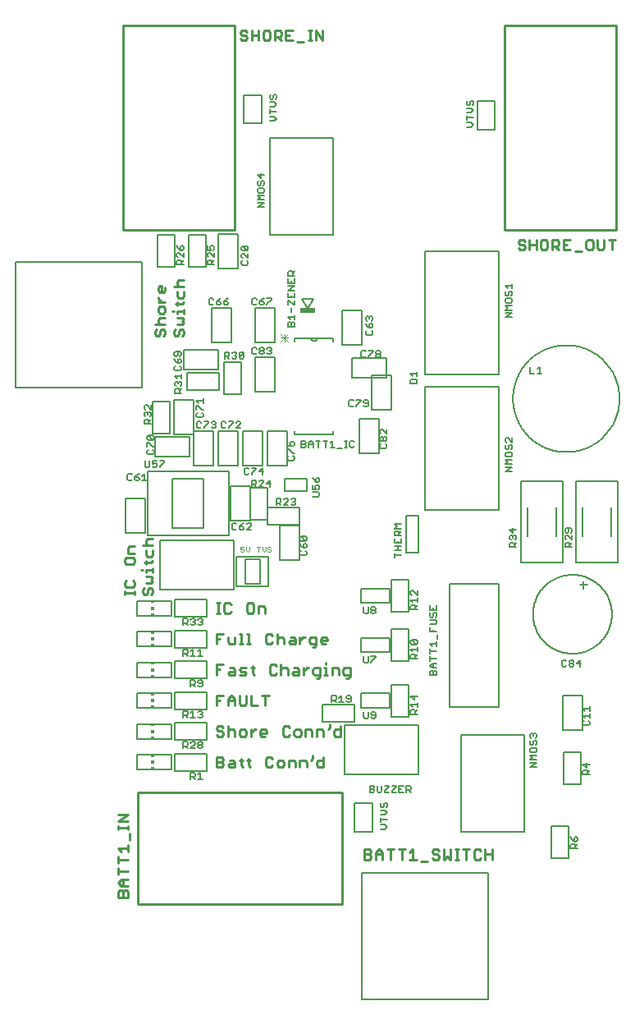
<source format=gto>
G75*
%MOIN*%
%OFA0B0*%
%FSLAX25Y25*%
%IPPOS*%
%LPD*%
%AMOC8*
5,1,8,0,0,1.08239X$1,22.5*
%
%ADD10C,0.00900*%
%ADD11C,0.00500*%
%ADD12C,0.00400*%
%ADD13C,0.00800*%
%ADD14R,0.06200X0.02400*%
%ADD15C,0.00600*%
%ADD16C,0.00300*%
%ADD17C,0.01000*%
%ADD18R,0.01181X0.00591*%
%ADD19R,0.01181X0.01181*%
D10*
X0043446Y0043153D02*
X0043446Y0045205D01*
X0044130Y0045889D01*
X0044814Y0045889D01*
X0045498Y0045205D01*
X0045498Y0043153D01*
X0047550Y0043153D02*
X0043446Y0043153D01*
X0045498Y0045205D02*
X0046182Y0045889D01*
X0046866Y0045889D01*
X0047550Y0045205D01*
X0047550Y0043153D01*
X0047550Y0047757D02*
X0044814Y0047757D01*
X0043446Y0049125D01*
X0044814Y0050493D01*
X0047550Y0050493D01*
X0045498Y0050493D02*
X0045498Y0047757D01*
X0043446Y0052361D02*
X0043446Y0055097D01*
X0043446Y0053729D02*
X0047550Y0053729D01*
X0047550Y0058333D02*
X0043446Y0058333D01*
X0043446Y0056965D02*
X0043446Y0059701D01*
X0044814Y0061569D02*
X0043446Y0062937D01*
X0047550Y0062937D01*
X0047550Y0061569D02*
X0047550Y0064305D01*
X0048234Y0066173D02*
X0048234Y0068908D01*
X0047550Y0070777D02*
X0047550Y0072145D01*
X0047550Y0071461D02*
X0043446Y0071461D01*
X0043446Y0070777D02*
X0043446Y0072145D01*
X0043446Y0073846D02*
X0047550Y0076582D01*
X0043446Y0076582D01*
X0043446Y0073846D02*
X0047550Y0073846D01*
X0083450Y0095950D02*
X0085502Y0095950D01*
X0086186Y0096634D01*
X0086186Y0097318D01*
X0085502Y0098002D01*
X0083450Y0098002D01*
X0083450Y0100054D02*
X0085502Y0100054D01*
X0086186Y0099370D01*
X0086186Y0098686D01*
X0085502Y0098002D01*
X0088054Y0096634D02*
X0088738Y0097318D01*
X0090790Y0097318D01*
X0090790Y0098002D02*
X0090790Y0095950D01*
X0088738Y0095950D01*
X0088054Y0096634D01*
X0088738Y0098686D02*
X0090106Y0098686D01*
X0090790Y0098002D01*
X0092658Y0098686D02*
X0094026Y0098686D01*
X0093342Y0099370D02*
X0093342Y0096634D01*
X0094026Y0095950D01*
X0096411Y0096634D02*
X0096411Y0099370D01*
X0095727Y0098686D02*
X0097095Y0098686D01*
X0096411Y0096634D02*
X0097095Y0095950D01*
X0103400Y0096634D02*
X0104084Y0095950D01*
X0105452Y0095950D01*
X0106136Y0096634D01*
X0108004Y0096634D02*
X0108004Y0098002D01*
X0108688Y0098686D01*
X0110056Y0098686D01*
X0110740Y0098002D01*
X0110740Y0096634D01*
X0110056Y0095950D01*
X0108688Y0095950D01*
X0108004Y0096634D01*
X0106136Y0099370D02*
X0105452Y0100054D01*
X0104084Y0100054D01*
X0103400Y0099370D01*
X0103400Y0096634D01*
X0112608Y0095950D02*
X0112608Y0098686D01*
X0114660Y0098686D01*
X0115344Y0098002D01*
X0115344Y0095950D01*
X0117212Y0095950D02*
X0117212Y0098686D01*
X0119264Y0098686D01*
X0119948Y0098002D01*
X0119948Y0095950D01*
X0121816Y0098686D02*
X0122500Y0099370D01*
X0122500Y0100737D01*
X0124802Y0098686D02*
X0126854Y0098686D01*
X0126854Y0100054D02*
X0126854Y0095950D01*
X0124802Y0095950D01*
X0124118Y0096634D01*
X0124118Y0098002D01*
X0124802Y0098686D01*
X0124118Y0108450D02*
X0124118Y0111186D01*
X0126170Y0111186D01*
X0126854Y0110502D01*
X0126854Y0108450D01*
X0128722Y0111186D02*
X0129406Y0111870D01*
X0129406Y0113237D01*
X0131708Y0111186D02*
X0131024Y0110502D01*
X0131024Y0109134D01*
X0131708Y0108450D01*
X0133760Y0108450D01*
X0133760Y0112554D01*
X0133760Y0111186D02*
X0131708Y0111186D01*
X0122250Y0110502D02*
X0122250Y0108450D01*
X0122250Y0110502D02*
X0121566Y0111186D01*
X0119514Y0111186D01*
X0119514Y0108450D01*
X0117646Y0109134D02*
X0117646Y0110502D01*
X0116962Y0111186D01*
X0115594Y0111186D01*
X0114910Y0110502D01*
X0114910Y0109134D01*
X0115594Y0108450D01*
X0116962Y0108450D01*
X0117646Y0109134D01*
X0113042Y0109134D02*
X0112358Y0108450D01*
X0110990Y0108450D01*
X0110306Y0109134D01*
X0110306Y0111870D01*
X0110990Y0112554D01*
X0112358Y0112554D01*
X0113042Y0111870D01*
X0103834Y0110502D02*
X0103834Y0109818D01*
X0101098Y0109818D01*
X0101098Y0110502D02*
X0101782Y0111186D01*
X0103150Y0111186D01*
X0103834Y0110502D01*
X0103150Y0108450D02*
X0101782Y0108450D01*
X0101098Y0109134D01*
X0101098Y0110502D01*
X0099314Y0111186D02*
X0098630Y0111186D01*
X0097262Y0109818D01*
X0097262Y0108450D02*
X0097262Y0111186D01*
X0095394Y0110502D02*
X0094710Y0111186D01*
X0093342Y0111186D01*
X0092658Y0110502D01*
X0092658Y0109134D01*
X0093342Y0108450D01*
X0094710Y0108450D01*
X0095394Y0109134D01*
X0095394Y0110502D01*
X0090790Y0110502D02*
X0090790Y0108450D01*
X0090790Y0110502D02*
X0090106Y0111186D01*
X0088738Y0111186D01*
X0088054Y0110502D01*
X0086186Y0109818D02*
X0086186Y0109134D01*
X0085502Y0108450D01*
X0084134Y0108450D01*
X0083450Y0109134D01*
X0084134Y0110502D02*
X0083450Y0111186D01*
X0083450Y0111870D01*
X0084134Y0112554D01*
X0085502Y0112554D01*
X0086186Y0111870D01*
X0085502Y0110502D02*
X0086186Y0109818D01*
X0085502Y0110502D02*
X0084134Y0110502D01*
X0088054Y0112554D02*
X0088054Y0108450D01*
X0083450Y0100054D02*
X0083450Y0095950D01*
X0083450Y0120950D02*
X0083450Y0125054D01*
X0086186Y0125054D01*
X0088054Y0123686D02*
X0089422Y0125054D01*
X0090790Y0123686D01*
X0090790Y0120950D01*
X0092658Y0121634D02*
X0092658Y0125054D01*
X0095394Y0125054D02*
X0095394Y0121634D01*
X0094710Y0120950D01*
X0093342Y0120950D01*
X0092658Y0121634D01*
X0090790Y0123002D02*
X0088054Y0123002D01*
X0088054Y0123686D02*
X0088054Y0120950D01*
X0084818Y0123002D02*
X0083450Y0123002D01*
X0083450Y0133450D02*
X0083450Y0137554D01*
X0086186Y0137554D01*
X0084818Y0135502D02*
X0083450Y0135502D01*
X0088054Y0134134D02*
X0088738Y0134818D01*
X0090790Y0134818D01*
X0090790Y0135502D02*
X0090790Y0133450D01*
X0088738Y0133450D01*
X0088054Y0134134D01*
X0088738Y0136186D02*
X0090106Y0136186D01*
X0090790Y0135502D01*
X0092658Y0135502D02*
X0093342Y0136186D01*
X0095394Y0136186D01*
X0094710Y0134818D02*
X0093342Y0134818D01*
X0092658Y0135502D01*
X0092658Y0133450D02*
X0094710Y0133450D01*
X0095394Y0134134D01*
X0094710Y0134818D01*
X0097262Y0136186D02*
X0098630Y0136186D01*
X0097946Y0136870D02*
X0097946Y0134134D01*
X0098630Y0133450D01*
X0097262Y0125054D02*
X0097262Y0120950D01*
X0099997Y0120950D01*
X0103234Y0120950D02*
X0103234Y0125054D01*
X0104601Y0125054D02*
X0101866Y0125054D01*
X0105619Y0133450D02*
X0106987Y0133450D01*
X0107671Y0134134D01*
X0109539Y0133450D02*
X0109539Y0137554D01*
X0110223Y0136186D02*
X0109539Y0135502D01*
X0110223Y0136186D02*
X0111591Y0136186D01*
X0112275Y0135502D01*
X0112275Y0133450D01*
X0114143Y0134134D02*
X0114827Y0134818D01*
X0116878Y0134818D01*
X0116878Y0135502D02*
X0116878Y0133450D01*
X0114827Y0133450D01*
X0114143Y0134134D01*
X0114827Y0136186D02*
X0116195Y0136186D01*
X0116878Y0135502D01*
X0118747Y0136186D02*
X0118747Y0133450D01*
X0118747Y0134818D02*
X0120115Y0136186D01*
X0120798Y0136186D01*
X0122583Y0135502D02*
X0122583Y0134134D01*
X0123267Y0133450D01*
X0125319Y0133450D01*
X0125319Y0132766D02*
X0125319Y0136186D01*
X0123267Y0136186D01*
X0122583Y0135502D01*
X0123951Y0132082D02*
X0124635Y0132082D01*
X0125319Y0132766D01*
X0127187Y0133450D02*
X0128555Y0133450D01*
X0127871Y0133450D02*
X0127871Y0136186D01*
X0127187Y0136186D01*
X0127871Y0137554D02*
X0127871Y0138237D01*
X0130257Y0136186D02*
X0132308Y0136186D01*
X0132992Y0135502D01*
X0132992Y0133450D01*
X0134860Y0134134D02*
X0135544Y0133450D01*
X0137596Y0133450D01*
X0137596Y0132766D02*
X0137596Y0136186D01*
X0135544Y0136186D01*
X0134860Y0135502D01*
X0134860Y0134134D01*
X0136228Y0132082D02*
X0136912Y0132082D01*
X0137596Y0132766D01*
X0130257Y0133450D02*
X0130257Y0136186D01*
X0127704Y0145950D02*
X0126337Y0145950D01*
X0125653Y0146634D01*
X0125653Y0148002D01*
X0126337Y0148686D01*
X0127704Y0148686D01*
X0128388Y0148002D01*
X0128388Y0147318D01*
X0125653Y0147318D01*
X0123784Y0148686D02*
X0121733Y0148686D01*
X0121049Y0148002D01*
X0121049Y0146634D01*
X0121733Y0145950D01*
X0123784Y0145950D01*
X0123784Y0145266D02*
X0123784Y0148686D01*
X0123784Y0145266D02*
X0123100Y0144582D01*
X0122417Y0144582D01*
X0119264Y0148686D02*
X0118580Y0148686D01*
X0117212Y0147318D01*
X0117212Y0145950D02*
X0117212Y0148686D01*
X0115344Y0148002D02*
X0115344Y0145950D01*
X0113292Y0145950D01*
X0112608Y0146634D01*
X0113292Y0147318D01*
X0115344Y0147318D01*
X0115344Y0148002D02*
X0114660Y0148686D01*
X0113292Y0148686D01*
X0110740Y0148002D02*
X0110740Y0145950D01*
X0110740Y0148002D02*
X0110056Y0148686D01*
X0108688Y0148686D01*
X0108004Y0148002D01*
X0108004Y0150054D02*
X0108004Y0145950D01*
X0106136Y0146634D02*
X0105452Y0145950D01*
X0104084Y0145950D01*
X0103400Y0146634D01*
X0103400Y0149370D01*
X0104084Y0150054D01*
X0105452Y0150054D01*
X0106136Y0149370D01*
X0103067Y0158450D02*
X0103067Y0160502D01*
X0102383Y0161186D01*
X0100331Y0161186D01*
X0100331Y0158450D01*
X0098463Y0159134D02*
X0098463Y0161870D01*
X0097779Y0162554D01*
X0096411Y0162554D01*
X0095727Y0161870D01*
X0095727Y0159134D01*
X0096411Y0158450D01*
X0097779Y0158450D01*
X0098463Y0159134D01*
X0096411Y0150054D02*
X0096411Y0145950D01*
X0095727Y0145950D02*
X0097095Y0145950D01*
X0096411Y0150054D02*
X0095727Y0150054D01*
X0093342Y0150054D02*
X0093342Y0145950D01*
X0092658Y0145950D02*
X0094026Y0145950D01*
X0090790Y0145950D02*
X0090790Y0148686D01*
X0092658Y0150054D02*
X0093342Y0150054D01*
X0090790Y0145950D02*
X0088738Y0145950D01*
X0088054Y0146634D01*
X0088054Y0148686D01*
X0086186Y0150054D02*
X0083450Y0150054D01*
X0083450Y0145950D01*
X0083450Y0148002D02*
X0084818Y0148002D01*
X0084818Y0158450D02*
X0083450Y0158450D01*
X0084134Y0158450D02*
X0084134Y0162554D01*
X0083450Y0162554D02*
X0084818Y0162554D01*
X0086519Y0161870D02*
X0086519Y0159134D01*
X0087203Y0158450D01*
X0088571Y0158450D01*
X0089255Y0159134D01*
X0089255Y0161870D02*
X0088571Y0162554D01*
X0087203Y0162554D01*
X0086519Y0161870D01*
X0105619Y0137554D02*
X0104935Y0136870D01*
X0104935Y0134134D01*
X0105619Y0133450D01*
X0107671Y0136870D02*
X0106987Y0137554D01*
X0105619Y0137554D01*
X0057550Y0166634D02*
X0056866Y0165950D01*
X0057550Y0166634D02*
X0057550Y0168002D01*
X0056866Y0168686D01*
X0056182Y0168686D01*
X0055498Y0168002D01*
X0055498Y0166634D01*
X0054814Y0165950D01*
X0054130Y0165950D01*
X0053446Y0166634D01*
X0053446Y0168002D01*
X0054130Y0168686D01*
X0054814Y0170554D02*
X0056866Y0170554D01*
X0057550Y0171238D01*
X0056866Y0171922D01*
X0057550Y0172606D01*
X0056866Y0173290D01*
X0054814Y0173290D01*
X0054814Y0175158D02*
X0054814Y0175842D01*
X0057550Y0175842D01*
X0057550Y0175158D02*
X0057550Y0176526D01*
X0056866Y0178911D02*
X0054130Y0178911D01*
X0054814Y0178227D02*
X0054814Y0179595D01*
X0055498Y0181296D02*
X0054814Y0181980D01*
X0054814Y0184032D01*
X0055498Y0185900D02*
X0054814Y0186584D01*
X0054814Y0187952D01*
X0055498Y0188636D01*
X0057550Y0188636D01*
X0057550Y0185900D02*
X0053446Y0185900D01*
X0050050Y0185567D02*
X0047998Y0185567D01*
X0047314Y0184883D01*
X0047314Y0182831D01*
X0050050Y0182831D01*
X0049366Y0180963D02*
X0046630Y0180963D01*
X0045946Y0180279D01*
X0045946Y0178911D01*
X0046630Y0178227D01*
X0049366Y0178227D01*
X0050050Y0178911D01*
X0050050Y0180279D01*
X0049366Y0180963D01*
X0052763Y0175842D02*
X0053446Y0175842D01*
X0056866Y0178911D02*
X0057550Y0179595D01*
X0056866Y0181296D02*
X0057550Y0181980D01*
X0057550Y0184032D01*
X0056866Y0181296D02*
X0055498Y0181296D01*
X0049366Y0171755D02*
X0050050Y0171071D01*
X0050050Y0169703D01*
X0049366Y0169019D01*
X0046630Y0169019D01*
X0045946Y0169703D01*
X0045946Y0171071D01*
X0046630Y0171755D01*
X0045946Y0167318D02*
X0045946Y0165950D01*
X0045946Y0166634D02*
X0050050Y0166634D01*
X0050050Y0165950D02*
X0050050Y0167318D01*
X0059130Y0270950D02*
X0059814Y0270950D01*
X0060498Y0271634D01*
X0060498Y0273002D01*
X0061182Y0273686D01*
X0061866Y0273686D01*
X0062550Y0273002D01*
X0062550Y0271634D01*
X0061866Y0270950D01*
X0059130Y0270950D02*
X0058446Y0271634D01*
X0058446Y0273002D01*
X0059130Y0273686D01*
X0058446Y0275554D02*
X0062550Y0275554D01*
X0060498Y0275554D02*
X0059814Y0276238D01*
X0059814Y0277606D01*
X0060498Y0278290D01*
X0062550Y0278290D01*
X0061866Y0280158D02*
X0062550Y0280842D01*
X0062550Y0282210D01*
X0061866Y0282894D01*
X0060498Y0282894D01*
X0059814Y0282210D01*
X0059814Y0280842D01*
X0060498Y0280158D01*
X0061866Y0280158D01*
X0065263Y0280842D02*
X0065946Y0280842D01*
X0067314Y0280842D02*
X0070050Y0280842D01*
X0070050Y0280158D02*
X0070050Y0281526D01*
X0069366Y0283911D02*
X0066630Y0283911D01*
X0067314Y0283227D02*
X0067314Y0284595D01*
X0067998Y0286296D02*
X0069366Y0286296D01*
X0070050Y0286980D01*
X0070050Y0289032D01*
X0070050Y0290900D02*
X0065946Y0290900D01*
X0067314Y0291584D02*
X0067314Y0292952D01*
X0067998Y0293636D01*
X0070050Y0293636D01*
X0067998Y0290900D02*
X0067314Y0291584D01*
X0067314Y0289032D02*
X0067314Y0286980D01*
X0067998Y0286296D01*
X0070050Y0284595D02*
X0069366Y0283911D01*
X0067314Y0280842D02*
X0067314Y0280158D01*
X0067314Y0278290D02*
X0069366Y0278290D01*
X0070050Y0277606D01*
X0069366Y0276922D01*
X0070050Y0276238D01*
X0069366Y0275554D01*
X0067314Y0275554D01*
X0066630Y0273686D02*
X0065946Y0273002D01*
X0065946Y0271634D01*
X0066630Y0270950D01*
X0067314Y0270950D01*
X0067998Y0271634D01*
X0067998Y0273002D01*
X0068682Y0273686D01*
X0069366Y0273686D01*
X0070050Y0273002D01*
X0070050Y0271634D01*
X0069366Y0270950D01*
X0062550Y0284762D02*
X0059814Y0284762D01*
X0059814Y0286130D02*
X0059814Y0286814D01*
X0059814Y0286130D02*
X0061182Y0284762D01*
X0061182Y0288598D02*
X0061182Y0291334D01*
X0060498Y0291334D01*
X0059814Y0290650D01*
X0059814Y0289282D01*
X0060498Y0288598D01*
X0061866Y0288598D01*
X0062550Y0289282D01*
X0062550Y0290650D01*
X0116173Y0390266D02*
X0118908Y0390266D01*
X0120777Y0390950D02*
X0122145Y0390950D01*
X0121461Y0390950D02*
X0121461Y0395054D01*
X0120777Y0395054D02*
X0122145Y0395054D01*
X0123846Y0395054D02*
X0123846Y0390950D01*
X0126582Y0390950D02*
X0123846Y0395054D01*
X0126582Y0395054D02*
X0126582Y0390950D01*
X0114305Y0390950D02*
X0111569Y0390950D01*
X0111569Y0395054D01*
X0114305Y0395054D01*
X0112937Y0393002D02*
X0111569Y0393002D01*
X0109701Y0393002D02*
X0109017Y0392318D01*
X0106965Y0392318D01*
X0108333Y0392318D02*
X0109701Y0390950D01*
X0109701Y0393002D02*
X0109701Y0394370D01*
X0109017Y0395054D01*
X0106965Y0395054D01*
X0106965Y0390950D01*
X0105097Y0391634D02*
X0105097Y0394370D01*
X0104413Y0395054D01*
X0103045Y0395054D01*
X0102361Y0394370D01*
X0102361Y0391634D01*
X0103045Y0390950D01*
X0104413Y0390950D01*
X0105097Y0391634D01*
X0100493Y0390950D02*
X0100493Y0395054D01*
X0100493Y0393002D02*
X0097757Y0393002D01*
X0095889Y0392318D02*
X0095889Y0391634D01*
X0095205Y0390950D01*
X0093837Y0390950D01*
X0093153Y0391634D01*
X0093837Y0393002D02*
X0095205Y0393002D01*
X0095889Y0392318D01*
X0095889Y0394370D02*
X0095205Y0395054D01*
X0093837Y0395054D01*
X0093153Y0394370D01*
X0093153Y0393686D01*
X0093837Y0393002D01*
X0097757Y0390950D02*
X0097757Y0395054D01*
X0205950Y0309370D02*
X0205950Y0308686D01*
X0206634Y0308002D01*
X0208002Y0308002D01*
X0208686Y0307318D01*
X0208686Y0306634D01*
X0208002Y0305950D01*
X0206634Y0305950D01*
X0205950Y0306634D01*
X0205950Y0309370D02*
X0206634Y0310054D01*
X0208002Y0310054D01*
X0208686Y0309370D01*
X0210554Y0310054D02*
X0210554Y0305950D01*
X0210554Y0308002D02*
X0213290Y0308002D01*
X0213290Y0310054D02*
X0213290Y0305950D01*
X0215158Y0306634D02*
X0215842Y0305950D01*
X0217210Y0305950D01*
X0217894Y0306634D01*
X0217894Y0309370D01*
X0217210Y0310054D01*
X0215842Y0310054D01*
X0215158Y0309370D01*
X0215158Y0306634D01*
X0219762Y0307318D02*
X0221814Y0307318D01*
X0222497Y0308002D01*
X0222497Y0309370D01*
X0221814Y0310054D01*
X0219762Y0310054D01*
X0219762Y0305950D01*
X0221130Y0307318D02*
X0222497Y0305950D01*
X0224366Y0305950D02*
X0224366Y0310054D01*
X0227101Y0310054D01*
X0225734Y0308002D02*
X0224366Y0308002D01*
X0224366Y0305950D02*
X0227101Y0305950D01*
X0228970Y0305266D02*
X0231705Y0305266D01*
X0233574Y0306634D02*
X0234257Y0305950D01*
X0235625Y0305950D01*
X0236309Y0306634D01*
X0236309Y0309370D01*
X0235625Y0310054D01*
X0234257Y0310054D01*
X0233574Y0309370D01*
X0233574Y0306634D01*
X0238177Y0306634D02*
X0238861Y0305950D01*
X0240229Y0305950D01*
X0240913Y0306634D01*
X0240913Y0310054D01*
X0242781Y0310054D02*
X0245517Y0310054D01*
X0244149Y0310054D02*
X0244149Y0305950D01*
X0238177Y0306634D02*
X0238177Y0310054D01*
X0195294Y0062554D02*
X0195294Y0058450D01*
X0195294Y0060502D02*
X0192559Y0060502D01*
X0192559Y0058450D02*
X0192559Y0062554D01*
X0190690Y0061870D02*
X0190006Y0062554D01*
X0188639Y0062554D01*
X0187955Y0061870D01*
X0187955Y0059134D01*
X0188639Y0058450D01*
X0190006Y0058450D01*
X0190690Y0059134D01*
X0186086Y0062554D02*
X0183351Y0062554D01*
X0184719Y0062554D02*
X0184719Y0058450D01*
X0181649Y0058450D02*
X0180281Y0058450D01*
X0180965Y0058450D02*
X0180965Y0062554D01*
X0180281Y0062554D02*
X0181649Y0062554D01*
X0178413Y0062554D02*
X0178413Y0058450D01*
X0177045Y0059818D01*
X0175677Y0058450D01*
X0175677Y0062554D01*
X0173809Y0061870D02*
X0173125Y0062554D01*
X0171757Y0062554D01*
X0171074Y0061870D01*
X0171074Y0061186D01*
X0171757Y0060502D01*
X0173125Y0060502D01*
X0173809Y0059818D01*
X0173809Y0059134D01*
X0173125Y0058450D01*
X0171757Y0058450D01*
X0171074Y0059134D01*
X0169205Y0057766D02*
X0166470Y0057766D01*
X0164601Y0058450D02*
X0161866Y0058450D01*
X0163234Y0058450D02*
X0163234Y0062554D01*
X0161866Y0061186D01*
X0159997Y0062554D02*
X0157262Y0062554D01*
X0158630Y0062554D02*
X0158630Y0058450D01*
X0155394Y0062554D02*
X0152658Y0062554D01*
X0154026Y0062554D02*
X0154026Y0058450D01*
X0150790Y0058450D02*
X0150790Y0061186D01*
X0149422Y0062554D01*
X0148054Y0061186D01*
X0148054Y0058450D01*
X0146186Y0059134D02*
X0145502Y0058450D01*
X0143450Y0058450D01*
X0143450Y0062554D01*
X0145502Y0062554D01*
X0146186Y0061870D01*
X0146186Y0061186D01*
X0145502Y0060502D01*
X0143450Y0060502D01*
X0145502Y0060502D02*
X0146186Y0059818D01*
X0146186Y0059134D01*
X0148054Y0060502D02*
X0150790Y0060502D01*
D11*
X0146740Y0069791D02*
X0139457Y0069791D01*
X0139457Y0081209D01*
X0146740Y0081209D01*
X0146740Y0069791D01*
X0150048Y0070750D02*
X0151849Y0070750D01*
X0152750Y0071651D01*
X0151849Y0072552D01*
X0150048Y0072552D01*
X0150048Y0073697D02*
X0150048Y0075498D01*
X0150048Y0074597D02*
X0152750Y0074597D01*
X0151849Y0076643D02*
X0152750Y0077544D01*
X0151849Y0078445D01*
X0150048Y0078445D01*
X0150498Y0079590D02*
X0150948Y0079590D01*
X0151399Y0080040D01*
X0151399Y0080941D01*
X0151849Y0081391D01*
X0152300Y0081391D01*
X0152750Y0080941D01*
X0152750Y0080040D01*
X0152300Y0079590D01*
X0150498Y0079590D02*
X0150048Y0080040D01*
X0150048Y0080941D01*
X0150498Y0081391D01*
X0150048Y0085750D02*
X0149147Y0085750D01*
X0148697Y0086200D01*
X0148697Y0088452D01*
X0147552Y0088002D02*
X0147552Y0087552D01*
X0147101Y0087101D01*
X0145750Y0087101D01*
X0145750Y0085750D02*
X0147101Y0085750D01*
X0147552Y0086200D01*
X0147552Y0086651D01*
X0147101Y0087101D01*
X0147552Y0088002D02*
X0147101Y0088452D01*
X0145750Y0088452D01*
X0145750Y0085750D01*
X0150048Y0085750D02*
X0150498Y0086200D01*
X0150498Y0088452D01*
X0151643Y0088452D02*
X0153445Y0088452D01*
X0153445Y0088002D01*
X0151643Y0086200D01*
X0151643Y0085750D01*
X0153445Y0085750D01*
X0154590Y0085750D02*
X0156391Y0085750D01*
X0157536Y0085750D02*
X0159338Y0085750D01*
X0160483Y0085750D02*
X0160483Y0088452D01*
X0161834Y0088452D01*
X0162284Y0088002D01*
X0162284Y0087101D01*
X0161834Y0086651D01*
X0160483Y0086651D01*
X0161383Y0086651D02*
X0162284Y0085750D01*
X0159338Y0088452D02*
X0157536Y0088452D01*
X0157536Y0085750D01*
X0157536Y0087101D02*
X0158437Y0087101D01*
X0156391Y0088002D02*
X0154590Y0086200D01*
X0154590Y0085750D01*
X0154590Y0088452D02*
X0156391Y0088452D01*
X0156391Y0088002D01*
X0151849Y0076643D02*
X0150048Y0076643D01*
X0135500Y0093000D02*
X0135500Y0113000D01*
X0165500Y0113000D01*
X0165500Y0093000D01*
X0135500Y0093000D01*
X0139500Y0114500D02*
X0126500Y0114500D01*
X0126500Y0121500D01*
X0139500Y0121500D01*
X0139500Y0114500D01*
X0143250Y0116200D02*
X0143250Y0118452D01*
X0145052Y0118452D02*
X0145052Y0116200D01*
X0144601Y0115750D01*
X0143700Y0115750D01*
X0143250Y0116200D01*
X0146197Y0116200D02*
X0146647Y0115750D01*
X0147548Y0115750D01*
X0147998Y0116200D01*
X0147998Y0118002D01*
X0147548Y0118452D01*
X0146647Y0118452D01*
X0146197Y0118002D01*
X0146197Y0117552D01*
X0146647Y0117101D01*
X0147998Y0117101D01*
X0154500Y0116500D02*
X0154500Y0129500D01*
X0161500Y0129500D01*
X0161500Y0116500D01*
X0154500Y0116500D01*
X0153906Y0120047D02*
X0153906Y0125953D01*
X0142094Y0125953D01*
X0142094Y0120047D01*
X0153906Y0120047D01*
X0162248Y0121258D02*
X0164950Y0121258D01*
X0164950Y0120357D02*
X0164950Y0122159D01*
X0163599Y0123303D02*
X0163599Y0125105D01*
X0164950Y0124655D02*
X0162248Y0124655D01*
X0163599Y0123303D01*
X0162248Y0121258D02*
X0163148Y0120357D01*
X0162698Y0119212D02*
X0163599Y0119212D01*
X0164049Y0118762D01*
X0164049Y0117410D01*
X0164950Y0117410D02*
X0162248Y0117410D01*
X0162248Y0118762D01*
X0162698Y0119212D01*
X0164049Y0118311D02*
X0164950Y0119212D01*
X0170048Y0133250D02*
X0170048Y0134601D01*
X0170498Y0135052D01*
X0170948Y0135052D01*
X0171399Y0134601D01*
X0171399Y0133250D01*
X0172750Y0133250D02*
X0172750Y0134601D01*
X0172300Y0135052D01*
X0171849Y0135052D01*
X0171399Y0134601D01*
X0171399Y0136197D02*
X0171399Y0137998D01*
X0170948Y0137998D02*
X0172750Y0137998D01*
X0172750Y0136197D02*
X0170948Y0136197D01*
X0170048Y0137097D01*
X0170948Y0137998D01*
X0170048Y0139143D02*
X0170048Y0140945D01*
X0170048Y0140044D02*
X0172750Y0140044D01*
X0172750Y0142990D02*
X0170048Y0142990D01*
X0170048Y0142090D02*
X0170048Y0143891D01*
X0170948Y0145036D02*
X0170048Y0145937D01*
X0172750Y0145937D01*
X0172750Y0145036D02*
X0172750Y0146838D01*
X0173200Y0147983D02*
X0173200Y0149784D01*
X0172750Y0150929D02*
X0170048Y0150929D01*
X0170048Y0152731D01*
X0170048Y0153876D02*
X0172300Y0153876D01*
X0172750Y0154326D01*
X0172750Y0155227D01*
X0172300Y0155677D01*
X0170048Y0155677D01*
X0170498Y0156822D02*
X0170048Y0157273D01*
X0170048Y0158173D01*
X0170498Y0158624D01*
X0171399Y0158173D02*
X0171849Y0158624D01*
X0172300Y0158624D01*
X0172750Y0158173D01*
X0172750Y0157273D01*
X0172300Y0156822D01*
X0171399Y0157273D02*
X0170948Y0156822D01*
X0170498Y0156822D01*
X0171399Y0157273D02*
X0171399Y0158173D01*
X0171399Y0159769D02*
X0171399Y0160669D01*
X0172750Y0159769D02*
X0172750Y0161570D01*
X0172750Y0159769D02*
X0170048Y0159769D01*
X0170048Y0161570D01*
X0164950Y0161712D02*
X0164049Y0160811D01*
X0164049Y0161262D02*
X0164049Y0159910D01*
X0164950Y0159910D02*
X0162248Y0159910D01*
X0162248Y0161262D01*
X0162698Y0161712D01*
X0163599Y0161712D01*
X0164049Y0161262D01*
X0163148Y0162857D02*
X0162248Y0163758D01*
X0164950Y0163758D01*
X0164950Y0162857D02*
X0164950Y0164659D01*
X0164950Y0165803D02*
X0163148Y0167605D01*
X0162698Y0167605D01*
X0162248Y0167155D01*
X0162248Y0166254D01*
X0162698Y0165803D01*
X0164950Y0165803D02*
X0164950Y0167605D01*
X0161500Y0172000D02*
X0154500Y0172000D01*
X0154500Y0159000D01*
X0161500Y0159000D01*
X0161500Y0172000D01*
X0155748Y0181017D02*
X0155748Y0182819D01*
X0155748Y0181918D02*
X0158450Y0181918D01*
X0158450Y0183964D02*
X0155748Y0183964D01*
X0157099Y0183964D02*
X0157099Y0185765D01*
X0157099Y0186910D02*
X0157099Y0187811D01*
X0155748Y0186910D02*
X0158450Y0186910D01*
X0158450Y0188712D01*
X0158450Y0189857D02*
X0155748Y0189857D01*
X0155748Y0191208D01*
X0156198Y0191659D01*
X0157099Y0191659D01*
X0157549Y0191208D01*
X0157549Y0189857D01*
X0157549Y0190758D02*
X0158450Y0191659D01*
X0158450Y0192803D02*
X0155748Y0192803D01*
X0156648Y0193704D01*
X0155748Y0194605D01*
X0158450Y0194605D01*
X0160500Y0198000D02*
X0165500Y0198000D01*
X0165500Y0183000D01*
X0160500Y0183000D01*
X0160500Y0198000D01*
X0168000Y0200500D02*
X0168000Y0250500D01*
X0198000Y0250500D01*
X0198000Y0200500D01*
X0168000Y0200500D01*
X0158450Y0185765D02*
X0155748Y0185765D01*
X0155748Y0186910D02*
X0155748Y0188712D01*
X0153906Y0168453D02*
X0142094Y0168453D01*
X0142094Y0162547D01*
X0153906Y0162547D01*
X0153906Y0168453D01*
X0147548Y0160952D02*
X0147998Y0160502D01*
X0147998Y0160052D01*
X0147548Y0159601D01*
X0146647Y0159601D01*
X0146197Y0160052D01*
X0146197Y0160502D01*
X0146647Y0160952D01*
X0147548Y0160952D01*
X0147548Y0159601D02*
X0147998Y0159151D01*
X0147998Y0158700D01*
X0147548Y0158250D01*
X0146647Y0158250D01*
X0146197Y0158700D01*
X0146197Y0159151D01*
X0146647Y0159601D01*
X0145052Y0158700D02*
X0145052Y0160952D01*
X0143250Y0160952D02*
X0143250Y0158700D01*
X0143700Y0158250D01*
X0144601Y0158250D01*
X0145052Y0158700D01*
X0142094Y0148453D02*
X0153906Y0148453D01*
X0153906Y0142547D01*
X0142094Y0142547D01*
X0142094Y0148453D01*
X0143250Y0140952D02*
X0143250Y0138700D01*
X0143700Y0138250D01*
X0144601Y0138250D01*
X0145052Y0138700D01*
X0145052Y0140952D01*
X0146197Y0140952D02*
X0147998Y0140952D01*
X0147998Y0140502D01*
X0146197Y0138700D01*
X0146197Y0138250D01*
X0154500Y0139000D02*
X0154500Y0152000D01*
X0161500Y0152000D01*
X0161500Y0139000D01*
X0154500Y0139000D01*
X0162248Y0139910D02*
X0162248Y0141262D01*
X0162698Y0141712D01*
X0163599Y0141712D01*
X0164049Y0141262D01*
X0164049Y0139910D01*
X0164950Y0139910D02*
X0162248Y0139910D01*
X0164049Y0140811D02*
X0164950Y0141712D01*
X0164950Y0142857D02*
X0164950Y0144659D01*
X0164950Y0143758D02*
X0162248Y0143758D01*
X0163148Y0142857D01*
X0162698Y0145803D02*
X0162248Y0146254D01*
X0162248Y0147155D01*
X0162698Y0147605D01*
X0164500Y0145803D01*
X0164950Y0146254D01*
X0164950Y0147155D01*
X0164500Y0147605D01*
X0162698Y0147605D01*
X0162698Y0145803D02*
X0164500Y0145803D01*
X0171399Y0150929D02*
X0171399Y0151830D01*
X0172750Y0133250D02*
X0170048Y0133250D01*
X0178000Y0120500D02*
X0198000Y0120500D01*
X0198000Y0170500D01*
X0178000Y0170500D01*
X0178000Y0120500D01*
X0182705Y0108984D02*
X0208295Y0108984D01*
X0208295Y0069614D01*
X0182705Y0069614D01*
X0182705Y0108984D01*
X0210748Y0109155D02*
X0210748Y0108254D01*
X0211198Y0107803D01*
X0211198Y0106659D02*
X0210748Y0106208D01*
X0210748Y0105307D01*
X0211198Y0104857D01*
X0211648Y0104857D01*
X0212099Y0105307D01*
X0212099Y0106208D01*
X0212549Y0106659D01*
X0213000Y0106659D01*
X0213450Y0106208D01*
X0213450Y0105307D01*
X0213000Y0104857D01*
X0213000Y0103712D02*
X0211198Y0103712D01*
X0210748Y0103262D01*
X0210748Y0102361D01*
X0211198Y0101910D01*
X0213000Y0101910D01*
X0213450Y0102361D01*
X0213450Y0103262D01*
X0213000Y0103712D01*
X0213450Y0100765D02*
X0210748Y0100765D01*
X0211648Y0099865D01*
X0210748Y0098964D01*
X0213450Y0098964D01*
X0213450Y0097819D02*
X0210748Y0097819D01*
X0210748Y0096017D02*
X0213450Y0097819D01*
X0213450Y0096017D02*
X0210748Y0096017D01*
X0213000Y0107803D02*
X0213450Y0108254D01*
X0213450Y0109155D01*
X0213000Y0109605D01*
X0212549Y0109605D01*
X0212099Y0109155D01*
X0212099Y0108704D01*
X0212099Y0109155D02*
X0211648Y0109605D01*
X0211198Y0109605D01*
X0210748Y0109155D01*
X0224000Y0111000D02*
X0232000Y0111000D01*
X0232000Y0125000D01*
X0224000Y0125000D01*
X0224000Y0111000D01*
X0224500Y0102000D02*
X0231500Y0102000D01*
X0231500Y0089000D01*
X0224500Y0089000D01*
X0224500Y0102000D01*
X0232248Y0097155D02*
X0233599Y0095803D01*
X0233599Y0097605D01*
X0234950Y0097155D02*
X0232248Y0097155D01*
X0232698Y0094659D02*
X0233599Y0094659D01*
X0234049Y0094208D01*
X0234049Y0092857D01*
X0234049Y0093758D02*
X0234950Y0094659D01*
X0234950Y0092857D02*
X0232248Y0092857D01*
X0232248Y0094208D01*
X0232698Y0094659D01*
X0232698Y0112910D02*
X0234500Y0112910D01*
X0234950Y0113361D01*
X0234950Y0114262D01*
X0234500Y0114712D01*
X0234950Y0115857D02*
X0234950Y0117659D01*
X0234950Y0116758D02*
X0232248Y0116758D01*
X0233148Y0115857D01*
X0232698Y0114712D02*
X0232248Y0114262D01*
X0232248Y0113361D01*
X0232698Y0112910D01*
X0233148Y0118803D02*
X0232248Y0119704D01*
X0234950Y0119704D01*
X0234950Y0118803D02*
X0234950Y0120605D01*
X0230994Y0136750D02*
X0230994Y0139452D01*
X0229643Y0138101D01*
X0231445Y0138101D01*
X0228498Y0137651D02*
X0228498Y0137200D01*
X0228048Y0136750D01*
X0227147Y0136750D01*
X0226697Y0137200D01*
X0226697Y0137651D01*
X0227147Y0138101D01*
X0228048Y0138101D01*
X0228498Y0137651D01*
X0228048Y0138101D02*
X0228498Y0138552D01*
X0228498Y0139002D01*
X0228048Y0139452D01*
X0227147Y0139452D01*
X0226697Y0139002D01*
X0226697Y0138552D01*
X0227147Y0138101D01*
X0225552Y0137200D02*
X0225101Y0136750D01*
X0224200Y0136750D01*
X0223750Y0137200D01*
X0223750Y0139002D01*
X0224200Y0139452D01*
X0225101Y0139452D01*
X0225552Y0139002D01*
X0224000Y0179000D02*
X0207000Y0179000D01*
X0207000Y0212000D01*
X0224000Y0212000D01*
X0224000Y0179000D01*
X0229500Y0179000D02*
X0246500Y0179000D01*
X0246500Y0212000D01*
X0229500Y0212000D01*
X0229500Y0179000D01*
X0227750Y0185250D02*
X0225048Y0185250D01*
X0225048Y0186601D01*
X0225498Y0187052D01*
X0226399Y0187052D01*
X0226849Y0186601D01*
X0226849Y0185250D01*
X0226849Y0186151D02*
X0227750Y0187052D01*
X0227750Y0188197D02*
X0225948Y0189998D01*
X0225498Y0189998D01*
X0225048Y0189548D01*
X0225048Y0188647D01*
X0225498Y0188197D01*
X0227750Y0188197D02*
X0227750Y0189998D01*
X0227300Y0191143D02*
X0227750Y0191593D01*
X0227750Y0192494D01*
X0227300Y0192945D01*
X0225498Y0192945D01*
X0225048Y0192494D01*
X0225048Y0191593D01*
X0225498Y0191143D01*
X0225948Y0191143D01*
X0226399Y0191593D01*
X0226399Y0192945D01*
X0205250Y0192494D02*
X0202548Y0192494D01*
X0203899Y0191143D01*
X0203899Y0192945D01*
X0204349Y0189998D02*
X0204800Y0189998D01*
X0205250Y0189548D01*
X0205250Y0188647D01*
X0204800Y0188197D01*
X0205250Y0187052D02*
X0204349Y0186151D01*
X0204349Y0186601D02*
X0204349Y0185250D01*
X0205250Y0185250D02*
X0202548Y0185250D01*
X0202548Y0186601D01*
X0202998Y0187052D01*
X0203899Y0187052D01*
X0204349Y0186601D01*
X0202998Y0188197D02*
X0202548Y0188647D01*
X0202548Y0189548D01*
X0202998Y0189998D01*
X0203448Y0189998D01*
X0203899Y0189548D01*
X0204349Y0189998D01*
X0203899Y0189548D02*
X0203899Y0189097D01*
X0203450Y0216017D02*
X0200748Y0216017D01*
X0203450Y0217819D01*
X0200748Y0217819D01*
X0200748Y0218964D02*
X0201648Y0219865D01*
X0200748Y0220765D01*
X0203450Y0220765D01*
X0203000Y0221910D02*
X0201198Y0221910D01*
X0200748Y0222361D01*
X0200748Y0223262D01*
X0201198Y0223712D01*
X0203000Y0223712D01*
X0203450Y0223262D01*
X0203450Y0222361D01*
X0203000Y0221910D01*
X0203000Y0224857D02*
X0203450Y0225307D01*
X0203450Y0226208D01*
X0203000Y0226659D01*
X0202549Y0226659D01*
X0202099Y0226208D01*
X0202099Y0225307D01*
X0201648Y0224857D01*
X0201198Y0224857D01*
X0200748Y0225307D01*
X0200748Y0226208D01*
X0201198Y0226659D01*
X0201198Y0227803D02*
X0200748Y0228254D01*
X0200748Y0229155D01*
X0201198Y0229605D01*
X0201648Y0229605D01*
X0203450Y0227803D01*
X0203450Y0229605D01*
X0203450Y0218964D02*
X0200748Y0218964D01*
X0198000Y0255500D02*
X0168000Y0255500D01*
X0168000Y0305500D01*
X0198000Y0305500D01*
X0198000Y0255500D01*
X0210750Y0255750D02*
X0212552Y0255750D01*
X0213697Y0255750D02*
X0215498Y0255750D01*
X0214597Y0255750D02*
X0214597Y0258452D01*
X0213697Y0257552D01*
X0210750Y0258452D02*
X0210750Y0255750D01*
X0203846Y0245500D02*
X0203853Y0246031D01*
X0203872Y0246563D01*
X0203905Y0247093D01*
X0203950Y0247622D01*
X0204009Y0248151D01*
X0204080Y0248677D01*
X0204165Y0249202D01*
X0204262Y0249724D01*
X0204372Y0250244D01*
X0204495Y0250761D01*
X0204630Y0251275D01*
X0204778Y0251786D01*
X0204939Y0252292D01*
X0205112Y0252795D01*
X0205297Y0253293D01*
X0205494Y0253787D01*
X0205704Y0254275D01*
X0205925Y0254758D01*
X0206158Y0255236D01*
X0206403Y0255708D01*
X0206659Y0256173D01*
X0206927Y0256632D01*
X0207206Y0257085D01*
X0207495Y0257530D01*
X0207796Y0257969D01*
X0208107Y0258399D01*
X0208429Y0258822D01*
X0208761Y0259237D01*
X0209103Y0259644D01*
X0209455Y0260042D01*
X0209817Y0260431D01*
X0210188Y0260812D01*
X0210569Y0261183D01*
X0210958Y0261545D01*
X0211356Y0261897D01*
X0211763Y0262239D01*
X0212178Y0262571D01*
X0212601Y0262893D01*
X0213031Y0263204D01*
X0213470Y0263505D01*
X0213915Y0263794D01*
X0214368Y0264073D01*
X0214827Y0264341D01*
X0215292Y0264597D01*
X0215764Y0264842D01*
X0216242Y0265075D01*
X0216725Y0265296D01*
X0217213Y0265506D01*
X0217707Y0265703D01*
X0218205Y0265888D01*
X0218708Y0266061D01*
X0219214Y0266222D01*
X0219725Y0266370D01*
X0220239Y0266505D01*
X0220756Y0266628D01*
X0221276Y0266738D01*
X0221798Y0266835D01*
X0222323Y0266920D01*
X0222849Y0266991D01*
X0223378Y0267050D01*
X0223907Y0267095D01*
X0224437Y0267128D01*
X0224969Y0267147D01*
X0225500Y0267154D01*
X0226031Y0267147D01*
X0226563Y0267128D01*
X0227093Y0267095D01*
X0227622Y0267050D01*
X0228151Y0266991D01*
X0228677Y0266920D01*
X0229202Y0266835D01*
X0229724Y0266738D01*
X0230244Y0266628D01*
X0230761Y0266505D01*
X0231275Y0266370D01*
X0231786Y0266222D01*
X0232292Y0266061D01*
X0232795Y0265888D01*
X0233293Y0265703D01*
X0233787Y0265506D01*
X0234275Y0265296D01*
X0234758Y0265075D01*
X0235236Y0264842D01*
X0235708Y0264597D01*
X0236173Y0264341D01*
X0236632Y0264073D01*
X0237085Y0263794D01*
X0237530Y0263505D01*
X0237969Y0263204D01*
X0238399Y0262893D01*
X0238822Y0262571D01*
X0239237Y0262239D01*
X0239644Y0261897D01*
X0240042Y0261545D01*
X0240431Y0261183D01*
X0240812Y0260812D01*
X0241183Y0260431D01*
X0241545Y0260042D01*
X0241897Y0259644D01*
X0242239Y0259237D01*
X0242571Y0258822D01*
X0242893Y0258399D01*
X0243204Y0257969D01*
X0243505Y0257530D01*
X0243794Y0257085D01*
X0244073Y0256632D01*
X0244341Y0256173D01*
X0244597Y0255708D01*
X0244842Y0255236D01*
X0245075Y0254758D01*
X0245296Y0254275D01*
X0245506Y0253787D01*
X0245703Y0253293D01*
X0245888Y0252795D01*
X0246061Y0252292D01*
X0246222Y0251786D01*
X0246370Y0251275D01*
X0246505Y0250761D01*
X0246628Y0250244D01*
X0246738Y0249724D01*
X0246835Y0249202D01*
X0246920Y0248677D01*
X0246991Y0248151D01*
X0247050Y0247622D01*
X0247095Y0247093D01*
X0247128Y0246563D01*
X0247147Y0246031D01*
X0247154Y0245500D01*
X0247147Y0244969D01*
X0247128Y0244437D01*
X0247095Y0243907D01*
X0247050Y0243378D01*
X0246991Y0242849D01*
X0246920Y0242323D01*
X0246835Y0241798D01*
X0246738Y0241276D01*
X0246628Y0240756D01*
X0246505Y0240239D01*
X0246370Y0239725D01*
X0246222Y0239214D01*
X0246061Y0238708D01*
X0245888Y0238205D01*
X0245703Y0237707D01*
X0245506Y0237213D01*
X0245296Y0236725D01*
X0245075Y0236242D01*
X0244842Y0235764D01*
X0244597Y0235292D01*
X0244341Y0234827D01*
X0244073Y0234368D01*
X0243794Y0233915D01*
X0243505Y0233470D01*
X0243204Y0233031D01*
X0242893Y0232601D01*
X0242571Y0232178D01*
X0242239Y0231763D01*
X0241897Y0231356D01*
X0241545Y0230958D01*
X0241183Y0230569D01*
X0240812Y0230188D01*
X0240431Y0229817D01*
X0240042Y0229455D01*
X0239644Y0229103D01*
X0239237Y0228761D01*
X0238822Y0228429D01*
X0238399Y0228107D01*
X0237969Y0227796D01*
X0237530Y0227495D01*
X0237085Y0227206D01*
X0236632Y0226927D01*
X0236173Y0226659D01*
X0235708Y0226403D01*
X0235236Y0226158D01*
X0234758Y0225925D01*
X0234275Y0225704D01*
X0233787Y0225494D01*
X0233293Y0225297D01*
X0232795Y0225112D01*
X0232292Y0224939D01*
X0231786Y0224778D01*
X0231275Y0224630D01*
X0230761Y0224495D01*
X0230244Y0224372D01*
X0229724Y0224262D01*
X0229202Y0224165D01*
X0228677Y0224080D01*
X0228151Y0224009D01*
X0227622Y0223950D01*
X0227093Y0223905D01*
X0226563Y0223872D01*
X0226031Y0223853D01*
X0225500Y0223846D01*
X0224969Y0223853D01*
X0224437Y0223872D01*
X0223907Y0223905D01*
X0223378Y0223950D01*
X0222849Y0224009D01*
X0222323Y0224080D01*
X0221798Y0224165D01*
X0221276Y0224262D01*
X0220756Y0224372D01*
X0220239Y0224495D01*
X0219725Y0224630D01*
X0219214Y0224778D01*
X0218708Y0224939D01*
X0218205Y0225112D01*
X0217707Y0225297D01*
X0217213Y0225494D01*
X0216725Y0225704D01*
X0216242Y0225925D01*
X0215764Y0226158D01*
X0215292Y0226403D01*
X0214827Y0226659D01*
X0214368Y0226927D01*
X0213915Y0227206D01*
X0213470Y0227495D01*
X0213031Y0227796D01*
X0212601Y0228107D01*
X0212178Y0228429D01*
X0211763Y0228761D01*
X0211356Y0229103D01*
X0210958Y0229455D01*
X0210569Y0229817D01*
X0210188Y0230188D01*
X0209817Y0230569D01*
X0209455Y0230958D01*
X0209103Y0231356D01*
X0208761Y0231763D01*
X0208429Y0232178D01*
X0208107Y0232601D01*
X0207796Y0233031D01*
X0207495Y0233470D01*
X0207206Y0233915D01*
X0206927Y0234368D01*
X0206659Y0234827D01*
X0206403Y0235292D01*
X0206158Y0235764D01*
X0205925Y0236242D01*
X0205704Y0236725D01*
X0205494Y0237213D01*
X0205297Y0237707D01*
X0205112Y0238205D01*
X0204939Y0238708D01*
X0204778Y0239214D01*
X0204630Y0239725D01*
X0204495Y0240239D01*
X0204372Y0240756D01*
X0204262Y0241276D01*
X0204165Y0241798D01*
X0204080Y0242323D01*
X0204009Y0242849D01*
X0203950Y0243378D01*
X0203905Y0243907D01*
X0203872Y0244437D01*
X0203853Y0244969D01*
X0203846Y0245500D01*
X0203450Y0278517D02*
X0200748Y0278517D01*
X0203450Y0280319D01*
X0200748Y0280319D01*
X0200748Y0281464D02*
X0201648Y0282365D01*
X0200748Y0283265D01*
X0203450Y0283265D01*
X0203000Y0284410D02*
X0203450Y0284861D01*
X0203450Y0285762D01*
X0203000Y0286212D01*
X0201198Y0286212D01*
X0200748Y0285762D01*
X0200748Y0284861D01*
X0201198Y0284410D01*
X0203000Y0284410D01*
X0203000Y0287357D02*
X0203450Y0287807D01*
X0203450Y0288708D01*
X0203000Y0289159D01*
X0202549Y0289159D01*
X0202099Y0288708D01*
X0202099Y0287807D01*
X0201648Y0287357D01*
X0201198Y0287357D01*
X0200748Y0287807D01*
X0200748Y0288708D01*
X0201198Y0289159D01*
X0201648Y0290303D02*
X0200748Y0291204D01*
X0203450Y0291204D01*
X0203450Y0290303D02*
X0203450Y0292105D01*
X0203450Y0281464D02*
X0200748Y0281464D01*
X0164887Y0256436D02*
X0164887Y0254634D01*
X0164887Y0255535D02*
X0162185Y0255535D01*
X0163085Y0254634D01*
X0162635Y0253489D02*
X0162185Y0253039D01*
X0162185Y0251688D01*
X0164887Y0251688D01*
X0164887Y0253039D01*
X0164437Y0253489D01*
X0162635Y0253489D01*
X0154500Y0255000D02*
X0154500Y0241000D01*
X0146500Y0241000D01*
X0146500Y0255000D01*
X0154500Y0255000D01*
X0152500Y0254000D02*
X0138500Y0254000D01*
X0138500Y0262000D01*
X0152500Y0262000D01*
X0152500Y0254000D01*
X0149494Y0262250D02*
X0148593Y0262250D01*
X0148143Y0262700D01*
X0148143Y0263151D01*
X0148593Y0263601D01*
X0149494Y0263601D01*
X0149945Y0263151D01*
X0149945Y0262700D01*
X0149494Y0262250D01*
X0149494Y0263601D02*
X0149945Y0264052D01*
X0149945Y0264502D01*
X0149494Y0264952D01*
X0148593Y0264952D01*
X0148143Y0264502D01*
X0148143Y0264052D01*
X0148593Y0263601D01*
X0146998Y0264502D02*
X0145197Y0262700D01*
X0145197Y0262250D01*
X0144052Y0262700D02*
X0143601Y0262250D01*
X0142700Y0262250D01*
X0142250Y0262700D01*
X0142250Y0264502D01*
X0142700Y0264952D01*
X0143601Y0264952D01*
X0144052Y0264502D01*
X0145197Y0264952D02*
X0146998Y0264952D01*
X0146998Y0264502D01*
X0142500Y0267500D02*
X0134500Y0267500D01*
X0134500Y0281500D01*
X0142500Y0281500D01*
X0142500Y0267500D01*
X0144498Y0271250D02*
X0144048Y0271700D01*
X0144048Y0272601D01*
X0144498Y0273052D01*
X0145399Y0274197D02*
X0145399Y0275548D01*
X0145849Y0275998D01*
X0146300Y0275998D01*
X0146750Y0275548D01*
X0146750Y0274647D01*
X0146300Y0274197D01*
X0145399Y0274197D01*
X0144498Y0275097D01*
X0144048Y0275998D01*
X0144498Y0277143D02*
X0144048Y0277593D01*
X0144048Y0278494D01*
X0144498Y0278945D01*
X0144948Y0278945D01*
X0145399Y0278494D01*
X0145849Y0278945D01*
X0146300Y0278945D01*
X0146750Y0278494D01*
X0146750Y0277593D01*
X0146300Y0277143D01*
X0145399Y0278044D02*
X0145399Y0278494D01*
X0146300Y0273052D02*
X0146750Y0272601D01*
X0146750Y0271700D01*
X0146300Y0271250D01*
X0144498Y0271250D01*
X0144494Y0244952D02*
X0143593Y0244952D01*
X0143143Y0244502D01*
X0143143Y0244052D01*
X0143593Y0243601D01*
X0144945Y0243601D01*
X0144945Y0242700D02*
X0144945Y0244502D01*
X0144494Y0244952D01*
X0144945Y0242700D02*
X0144494Y0242250D01*
X0143593Y0242250D01*
X0143143Y0242700D01*
X0141998Y0244502D02*
X0140197Y0242700D01*
X0140197Y0242250D01*
X0139052Y0242700D02*
X0138601Y0242250D01*
X0137700Y0242250D01*
X0137250Y0242700D01*
X0137250Y0244502D01*
X0137700Y0244952D01*
X0138601Y0244952D01*
X0139052Y0244502D01*
X0140197Y0244952D02*
X0141998Y0244952D01*
X0141998Y0244502D01*
X0141500Y0237500D02*
X0149500Y0237500D01*
X0149500Y0223500D01*
X0141500Y0223500D01*
X0141500Y0237500D01*
X0138845Y0228452D02*
X0137944Y0228452D01*
X0137493Y0228002D01*
X0137493Y0226200D01*
X0137944Y0225750D01*
X0138845Y0225750D01*
X0139295Y0226200D01*
X0139295Y0228002D02*
X0138845Y0228452D01*
X0136430Y0228452D02*
X0135529Y0228452D01*
X0135979Y0228452D02*
X0135979Y0225750D01*
X0135529Y0225750D02*
X0136430Y0225750D01*
X0134384Y0225300D02*
X0132583Y0225300D01*
X0131438Y0225750D02*
X0129636Y0225750D01*
X0130537Y0225750D02*
X0130537Y0228452D01*
X0129636Y0227552D01*
X0128491Y0228452D02*
X0126690Y0228452D01*
X0127590Y0228452D02*
X0127590Y0225750D01*
X0124644Y0225750D02*
X0124644Y0228452D01*
X0123743Y0228452D02*
X0125545Y0228452D01*
X0122598Y0227552D02*
X0122598Y0225750D01*
X0122598Y0227101D02*
X0120797Y0227101D01*
X0120797Y0227552D02*
X0121697Y0228452D01*
X0122598Y0227552D01*
X0120797Y0227552D02*
X0120797Y0225750D01*
X0119652Y0226200D02*
X0119201Y0225750D01*
X0117850Y0225750D01*
X0117850Y0228452D01*
X0119201Y0228452D01*
X0119652Y0228002D01*
X0119652Y0227552D01*
X0119201Y0227101D01*
X0117850Y0227101D01*
X0119201Y0227101D02*
X0119652Y0226651D01*
X0119652Y0226200D01*
X0114950Y0226754D02*
X0114500Y0226303D01*
X0114950Y0226754D02*
X0114950Y0227655D01*
X0114500Y0228105D01*
X0113599Y0228105D01*
X0113148Y0227655D01*
X0113148Y0227204D01*
X0113599Y0226303D01*
X0112248Y0226303D01*
X0112248Y0228105D01*
X0112248Y0225159D02*
X0112698Y0225159D01*
X0114500Y0223357D01*
X0114950Y0223357D01*
X0114500Y0222212D02*
X0114950Y0221762D01*
X0114950Y0220861D01*
X0114500Y0220410D01*
X0112698Y0220410D01*
X0112248Y0220861D01*
X0112248Y0221762D01*
X0112698Y0222212D01*
X0112248Y0223357D02*
X0112248Y0225159D01*
X0112000Y0218500D02*
X0104000Y0218500D01*
X0104000Y0232500D01*
X0112000Y0232500D01*
X0112000Y0218500D01*
X0111071Y0213157D02*
X0111071Y0207843D01*
X0119929Y0207843D01*
X0119929Y0213157D01*
X0111071Y0213157D01*
X0105445Y0211101D02*
X0103643Y0211101D01*
X0104994Y0212452D01*
X0104994Y0209750D01*
X0104000Y0209500D02*
X0104000Y0196500D01*
X0097000Y0196500D01*
X0097000Y0209500D01*
X0104000Y0209500D01*
X0102498Y0209750D02*
X0100697Y0209750D01*
X0102498Y0211552D01*
X0102498Y0212002D01*
X0102048Y0212452D01*
X0101147Y0212452D01*
X0100697Y0212002D01*
X0099552Y0212002D02*
X0099552Y0211101D01*
X0099101Y0210651D01*
X0097750Y0210651D01*
X0098651Y0210651D02*
X0099552Y0209750D01*
X0097750Y0209750D02*
X0097750Y0212452D01*
X0099101Y0212452D01*
X0099552Y0212002D01*
X0097000Y0210000D02*
X0089000Y0210000D01*
X0089000Y0196000D01*
X0097000Y0196000D01*
X0097000Y0210000D01*
X0097697Y0214750D02*
X0097697Y0215200D01*
X0099498Y0217002D01*
X0099498Y0217452D01*
X0097697Y0217452D01*
X0096552Y0217002D02*
X0096101Y0217452D01*
X0095200Y0217452D01*
X0094750Y0217002D01*
X0094750Y0215200D01*
X0095200Y0214750D01*
X0096101Y0214750D01*
X0096552Y0215200D01*
X0094000Y0218500D02*
X0094000Y0232500D01*
X0102000Y0232500D01*
X0102000Y0218500D01*
X0094000Y0218500D01*
X0092000Y0218500D02*
X0084000Y0218500D01*
X0084000Y0232500D01*
X0092000Y0232500D01*
X0092000Y0218500D01*
X0088500Y0216000D02*
X0088500Y0190000D01*
X0055500Y0190000D01*
X0055500Y0216000D01*
X0088500Y0216000D01*
X0082000Y0218500D02*
X0074000Y0218500D01*
X0074000Y0232500D01*
X0082000Y0232500D01*
X0082000Y0218500D01*
X0078000Y0213000D02*
X0065500Y0213000D01*
X0065500Y0193000D01*
X0078000Y0193000D01*
X0078000Y0213000D01*
X0072500Y0222000D02*
X0058500Y0222000D01*
X0058500Y0230000D01*
X0072500Y0230000D01*
X0072500Y0222000D01*
X0074000Y0231000D02*
X0066000Y0231000D01*
X0066000Y0245000D01*
X0074000Y0245000D01*
X0074000Y0231000D01*
X0075861Y0233550D02*
X0076762Y0233550D01*
X0077212Y0234000D01*
X0078357Y0234000D02*
X0078357Y0233550D01*
X0078357Y0234000D02*
X0080159Y0235802D01*
X0080159Y0236252D01*
X0078357Y0236252D01*
X0077212Y0235802D02*
X0076762Y0236252D01*
X0075861Y0236252D01*
X0075410Y0235802D01*
X0075410Y0234000D01*
X0075861Y0233550D01*
X0075698Y0237910D02*
X0077500Y0237910D01*
X0077950Y0238361D01*
X0077950Y0239262D01*
X0077500Y0239712D01*
X0077500Y0240857D02*
X0077950Y0240857D01*
X0077500Y0240857D02*
X0075698Y0242659D01*
X0075248Y0242659D01*
X0075248Y0240857D01*
X0075698Y0239712D02*
X0075248Y0239262D01*
X0075248Y0238361D01*
X0075698Y0237910D01*
X0076148Y0243803D02*
X0075248Y0244704D01*
X0077950Y0244704D01*
X0077950Y0243803D02*
X0077950Y0245605D01*
X0071500Y0249000D02*
X0071500Y0256000D01*
X0084500Y0256000D01*
X0084500Y0249000D01*
X0071500Y0249000D01*
X0069250Y0249552D02*
X0068349Y0248651D01*
X0068349Y0249101D02*
X0068349Y0247750D01*
X0069250Y0247750D02*
X0066548Y0247750D01*
X0066548Y0249101D01*
X0066998Y0249552D01*
X0067899Y0249552D01*
X0068349Y0249101D01*
X0068800Y0250697D02*
X0069250Y0251147D01*
X0069250Y0252048D01*
X0068800Y0252498D01*
X0068349Y0252498D01*
X0067899Y0252048D01*
X0067899Y0251597D01*
X0067899Y0252048D02*
X0067448Y0252498D01*
X0066998Y0252498D01*
X0066548Y0252048D01*
X0066548Y0251147D01*
X0066998Y0250697D01*
X0067448Y0253643D02*
X0066548Y0254544D01*
X0069250Y0254544D01*
X0069250Y0253643D02*
X0069250Y0255445D01*
X0068500Y0256910D02*
X0068950Y0257361D01*
X0068950Y0258262D01*
X0068500Y0258712D01*
X0068500Y0259857D02*
X0068950Y0260307D01*
X0068950Y0261208D01*
X0068500Y0261659D01*
X0068049Y0261659D01*
X0067599Y0261208D01*
X0067599Y0259857D01*
X0068500Y0259857D01*
X0067599Y0259857D02*
X0066698Y0260758D01*
X0066248Y0261659D01*
X0066698Y0262803D02*
X0067148Y0262803D01*
X0067599Y0263254D01*
X0067599Y0264605D01*
X0068500Y0264605D02*
X0066698Y0264605D01*
X0066248Y0264155D01*
X0066248Y0263254D01*
X0066698Y0262803D01*
X0068500Y0262803D02*
X0068950Y0263254D01*
X0068950Y0264155D01*
X0068500Y0264605D01*
X0070000Y0265500D02*
X0084000Y0265500D01*
X0084000Y0257500D01*
X0070000Y0257500D01*
X0070000Y0265500D01*
X0066698Y0258712D02*
X0066248Y0258262D01*
X0066248Y0257361D01*
X0066698Y0256910D01*
X0068500Y0256910D01*
X0064500Y0244500D02*
X0064500Y0231500D01*
X0057500Y0231500D01*
X0057500Y0244500D01*
X0064500Y0244500D01*
X0056750Y0242945D02*
X0056750Y0241143D01*
X0054948Y0242945D01*
X0054498Y0242945D01*
X0054048Y0242494D01*
X0054048Y0241593D01*
X0054498Y0241143D01*
X0054498Y0239998D02*
X0054948Y0239998D01*
X0055399Y0239548D01*
X0055849Y0239998D01*
X0056300Y0239998D01*
X0056750Y0239548D01*
X0056750Y0238647D01*
X0056300Y0238197D01*
X0056750Y0237052D02*
X0055849Y0236151D01*
X0055849Y0236601D02*
X0055849Y0235250D01*
X0056750Y0235250D02*
X0054048Y0235250D01*
X0054048Y0236601D01*
X0054498Y0237052D01*
X0055399Y0237052D01*
X0055849Y0236601D01*
X0054498Y0238197D02*
X0054048Y0238647D01*
X0054048Y0239548D01*
X0054498Y0239998D01*
X0055399Y0239548D02*
X0055399Y0239097D01*
X0055698Y0230605D02*
X0057500Y0228803D01*
X0057950Y0229254D01*
X0057950Y0230155D01*
X0057500Y0230605D01*
X0055698Y0230605D01*
X0055248Y0230155D01*
X0055248Y0229254D01*
X0055698Y0228803D01*
X0057500Y0228803D01*
X0055698Y0227659D02*
X0057500Y0225857D01*
X0057950Y0225857D01*
X0057500Y0224712D02*
X0057950Y0224262D01*
X0057950Y0223361D01*
X0057500Y0222910D01*
X0055698Y0222910D01*
X0055248Y0223361D01*
X0055248Y0224262D01*
X0055698Y0224712D01*
X0055248Y0225857D02*
X0055248Y0227659D01*
X0055698Y0227659D01*
X0056212Y0220252D02*
X0056212Y0218000D01*
X0055762Y0217550D01*
X0054861Y0217550D01*
X0054410Y0218000D01*
X0054410Y0220252D01*
X0057357Y0220252D02*
X0057357Y0218901D01*
X0058258Y0219352D01*
X0058708Y0219352D01*
X0059159Y0218901D01*
X0059159Y0218000D01*
X0058708Y0217550D01*
X0057807Y0217550D01*
X0057357Y0218000D01*
X0057357Y0220252D02*
X0059159Y0220252D01*
X0060303Y0220252D02*
X0062105Y0220252D01*
X0062105Y0219802D01*
X0060303Y0218000D01*
X0060303Y0217550D01*
X0054044Y0214952D02*
X0054044Y0212250D01*
X0053143Y0212250D02*
X0054945Y0212250D01*
X0053143Y0214052D02*
X0054044Y0214952D01*
X0051998Y0214952D02*
X0051097Y0214502D01*
X0050197Y0213601D01*
X0051548Y0213601D01*
X0051998Y0213151D01*
X0051998Y0212700D01*
X0051548Y0212250D01*
X0050647Y0212250D01*
X0050197Y0212700D01*
X0050197Y0213601D01*
X0049052Y0212700D02*
X0048601Y0212250D01*
X0047700Y0212250D01*
X0047250Y0212700D01*
X0047250Y0214502D01*
X0047700Y0214952D01*
X0048601Y0214952D01*
X0049052Y0214502D01*
X0046500Y0205000D02*
X0054500Y0205000D01*
X0054500Y0191000D01*
X0046500Y0191000D01*
X0046500Y0205000D01*
X0060500Y0188000D02*
X0060500Y0168000D01*
X0090500Y0168000D01*
X0090500Y0188000D01*
X0060500Y0188000D01*
X0066500Y0164000D02*
X0066500Y0157000D01*
X0079500Y0157000D01*
X0079500Y0164000D01*
X0066500Y0164000D01*
X0065000Y0163500D02*
X0065000Y0157500D01*
X0051000Y0157500D01*
X0051000Y0163500D01*
X0065000Y0163500D01*
X0069910Y0156252D02*
X0071262Y0156252D01*
X0071712Y0155802D01*
X0071712Y0154901D01*
X0071262Y0154451D01*
X0069910Y0154451D01*
X0069910Y0153550D02*
X0069910Y0156252D01*
X0070811Y0154451D02*
X0071712Y0153550D01*
X0072857Y0154000D02*
X0073307Y0153550D01*
X0074208Y0153550D01*
X0074659Y0154000D01*
X0074659Y0154451D01*
X0074208Y0154901D01*
X0073758Y0154901D01*
X0074208Y0154901D02*
X0074659Y0155352D01*
X0074659Y0155802D01*
X0074208Y0156252D01*
X0073307Y0156252D01*
X0072857Y0155802D01*
X0075803Y0155802D02*
X0076254Y0156252D01*
X0077155Y0156252D01*
X0077605Y0155802D01*
X0077605Y0155352D01*
X0077155Y0154901D01*
X0077605Y0154451D01*
X0077605Y0154000D01*
X0077155Y0153550D01*
X0076254Y0153550D01*
X0075803Y0154000D01*
X0076704Y0154901D02*
X0077155Y0154901D01*
X0079500Y0151500D02*
X0079500Y0144500D01*
X0066500Y0144500D01*
X0066500Y0151500D01*
X0079500Y0151500D01*
X0076704Y0143752D02*
X0075803Y0142852D01*
X0076704Y0143752D02*
X0076704Y0141050D01*
X0075803Y0141050D02*
X0077605Y0141050D01*
X0079500Y0139000D02*
X0079500Y0132000D01*
X0066500Y0132000D01*
X0066500Y0139000D01*
X0079500Y0139000D01*
X0074659Y0141050D02*
X0072857Y0141050D01*
X0073758Y0141050D02*
X0073758Y0143752D01*
X0072857Y0142852D01*
X0071712Y0143302D02*
X0071712Y0142401D01*
X0071262Y0141951D01*
X0069910Y0141951D01*
X0069910Y0141050D02*
X0069910Y0143752D01*
X0071262Y0143752D01*
X0071712Y0143302D01*
X0070811Y0141951D02*
X0071712Y0141050D01*
X0065000Y0138500D02*
X0065000Y0132500D01*
X0051000Y0132500D01*
X0051000Y0138500D01*
X0065000Y0138500D01*
X0065000Y0145000D02*
X0051000Y0145000D01*
X0051000Y0151000D01*
X0065000Y0151000D01*
X0065000Y0145000D01*
X0072857Y0131252D02*
X0074208Y0131252D01*
X0074659Y0130802D01*
X0074659Y0129901D01*
X0074208Y0129451D01*
X0072857Y0129451D01*
X0073758Y0129451D02*
X0074659Y0128550D01*
X0075803Y0129000D02*
X0076254Y0128550D01*
X0077155Y0128550D01*
X0077605Y0129000D01*
X0077605Y0130802D01*
X0077155Y0131252D01*
X0076254Y0131252D01*
X0075803Y0130802D01*
X0075803Y0130352D01*
X0076254Y0129901D01*
X0077605Y0129901D01*
X0079500Y0126500D02*
X0079500Y0119500D01*
X0066500Y0119500D01*
X0066500Y0126500D01*
X0079500Y0126500D01*
X0077155Y0118752D02*
X0077605Y0118302D01*
X0077605Y0117852D01*
X0077155Y0117401D01*
X0077605Y0116951D01*
X0077605Y0116500D01*
X0077155Y0116050D01*
X0076254Y0116050D01*
X0075803Y0116500D01*
X0074659Y0116050D02*
X0072857Y0116050D01*
X0073758Y0116050D02*
X0073758Y0118752D01*
X0072857Y0117852D01*
X0071712Y0118302D02*
X0071712Y0117401D01*
X0071262Y0116951D01*
X0069910Y0116951D01*
X0069910Y0116050D02*
X0069910Y0118752D01*
X0071262Y0118752D01*
X0071712Y0118302D01*
X0070811Y0116951D02*
X0071712Y0116050D01*
X0075803Y0118302D02*
X0076254Y0118752D01*
X0077155Y0118752D01*
X0077155Y0117401D02*
X0076704Y0117401D01*
X0079500Y0114000D02*
X0079500Y0107000D01*
X0066500Y0107000D01*
X0066500Y0114000D01*
X0079500Y0114000D01*
X0077155Y0106252D02*
X0077605Y0105802D01*
X0077605Y0105352D01*
X0077155Y0104901D01*
X0076254Y0104901D01*
X0075803Y0105352D01*
X0075803Y0105802D01*
X0076254Y0106252D01*
X0077155Y0106252D01*
X0077155Y0104901D02*
X0077605Y0104451D01*
X0077605Y0104000D01*
X0077155Y0103550D01*
X0076254Y0103550D01*
X0075803Y0104000D01*
X0075803Y0104451D01*
X0076254Y0104901D01*
X0074659Y0105352D02*
X0074659Y0105802D01*
X0074208Y0106252D01*
X0073307Y0106252D01*
X0072857Y0105802D01*
X0071712Y0105802D02*
X0071712Y0104901D01*
X0071262Y0104451D01*
X0069910Y0104451D01*
X0069910Y0103550D02*
X0069910Y0106252D01*
X0071262Y0106252D01*
X0071712Y0105802D01*
X0070811Y0104451D02*
X0071712Y0103550D01*
X0072857Y0103550D02*
X0074659Y0105352D01*
X0074659Y0103550D02*
X0072857Y0103550D01*
X0066500Y0101500D02*
X0066500Y0094500D01*
X0079500Y0094500D01*
X0079500Y0101500D01*
X0066500Y0101500D01*
X0065000Y0101000D02*
X0065000Y0095000D01*
X0051000Y0095000D01*
X0051000Y0101000D01*
X0065000Y0101000D01*
X0065000Y0107500D02*
X0051000Y0107500D01*
X0051000Y0113500D01*
X0065000Y0113500D01*
X0065000Y0107500D01*
X0065000Y0120000D02*
X0051000Y0120000D01*
X0051000Y0126000D01*
X0065000Y0126000D01*
X0065000Y0120000D01*
X0072857Y0128550D02*
X0072857Y0131252D01*
X0072857Y0093752D02*
X0074208Y0093752D01*
X0074659Y0093302D01*
X0074659Y0092401D01*
X0074208Y0091951D01*
X0072857Y0091951D01*
X0073758Y0091951D02*
X0074659Y0091050D01*
X0075803Y0091050D02*
X0077605Y0091050D01*
X0076704Y0091050D02*
X0076704Y0093752D01*
X0075803Y0092852D01*
X0072857Y0093752D02*
X0072857Y0091050D01*
X0091500Y0169500D02*
X0104500Y0169500D01*
X0104500Y0181500D01*
X0091500Y0181500D01*
X0091500Y0169500D01*
X0095000Y0170500D02*
X0095000Y0180500D01*
X0101000Y0180500D01*
X0101000Y0170500D01*
X0095000Y0170500D01*
X0109000Y0180000D02*
X0109000Y0194000D01*
X0117000Y0194000D01*
X0117000Y0180000D01*
X0109000Y0180000D01*
X0117248Y0182361D02*
X0117698Y0181910D01*
X0119500Y0181910D01*
X0119950Y0182361D01*
X0119950Y0183262D01*
X0119500Y0183712D01*
X0119500Y0184857D02*
X0119950Y0185307D01*
X0119950Y0186208D01*
X0119500Y0186659D01*
X0119049Y0186659D01*
X0118599Y0186208D01*
X0118599Y0184857D01*
X0119500Y0184857D01*
X0118599Y0184857D02*
X0117698Y0185758D01*
X0117248Y0186659D01*
X0117698Y0187803D02*
X0117248Y0188254D01*
X0117248Y0189155D01*
X0117698Y0189605D01*
X0119500Y0187803D01*
X0119950Y0188254D01*
X0119950Y0189155D01*
X0119500Y0189605D01*
X0117698Y0189605D01*
X0117698Y0187803D02*
X0119500Y0187803D01*
X0117698Y0183712D02*
X0117248Y0183262D01*
X0117248Y0182361D01*
X0117000Y0194500D02*
X0104000Y0194500D01*
X0104000Y0201500D01*
X0117000Y0201500D01*
X0117000Y0194500D01*
X0114994Y0202250D02*
X0114093Y0202250D01*
X0113643Y0202700D01*
X0112498Y0202250D02*
X0110697Y0202250D01*
X0112498Y0204052D01*
X0112498Y0204502D01*
X0112048Y0204952D01*
X0111147Y0204952D01*
X0110697Y0204502D01*
X0109552Y0204502D02*
X0109552Y0203601D01*
X0109101Y0203151D01*
X0107750Y0203151D01*
X0108651Y0203151D02*
X0109552Y0202250D01*
X0107750Y0202250D02*
X0107750Y0204952D01*
X0109101Y0204952D01*
X0109552Y0204502D01*
X0113643Y0204502D02*
X0114093Y0204952D01*
X0114994Y0204952D01*
X0115445Y0204502D01*
X0115445Y0204052D01*
X0114994Y0203601D01*
X0115445Y0203151D01*
X0115445Y0202700D01*
X0114994Y0202250D01*
X0114994Y0203601D02*
X0114544Y0203601D01*
X0122548Y0205750D02*
X0124800Y0205750D01*
X0125250Y0206200D01*
X0125250Y0207101D01*
X0124800Y0207552D01*
X0122548Y0207552D01*
X0122548Y0208697D02*
X0123899Y0208697D01*
X0123448Y0209597D01*
X0123448Y0210048D01*
X0123899Y0210498D01*
X0124800Y0210498D01*
X0125250Y0210048D01*
X0125250Y0209147D01*
X0124800Y0208697D01*
X0122548Y0208697D02*
X0122548Y0210498D01*
X0123899Y0211643D02*
X0122998Y0212544D01*
X0122548Y0213445D01*
X0123899Y0212994D02*
X0123899Y0211643D01*
X0124800Y0211643D01*
X0125250Y0212093D01*
X0125250Y0212994D01*
X0124800Y0213445D01*
X0124349Y0213445D01*
X0123899Y0212994D01*
X0102445Y0216101D02*
X0100643Y0216101D01*
X0101994Y0217452D01*
X0101994Y0214750D01*
X0093105Y0233550D02*
X0091303Y0233550D01*
X0093105Y0235352D01*
X0093105Y0235802D01*
X0092655Y0236252D01*
X0091754Y0236252D01*
X0091303Y0235802D01*
X0090159Y0235802D02*
X0088357Y0234000D01*
X0088357Y0233550D01*
X0087212Y0234000D02*
X0086762Y0233550D01*
X0085861Y0233550D01*
X0085410Y0234000D01*
X0085410Y0235802D01*
X0085861Y0236252D01*
X0086762Y0236252D01*
X0087212Y0235802D01*
X0088357Y0236252D02*
X0090159Y0236252D01*
X0090159Y0235802D01*
X0083105Y0235802D02*
X0083105Y0235352D01*
X0082655Y0234901D01*
X0083105Y0234451D01*
X0083105Y0234000D01*
X0082655Y0233550D01*
X0081754Y0233550D01*
X0081303Y0234000D01*
X0082204Y0234901D02*
X0082655Y0234901D01*
X0083105Y0235802D02*
X0082655Y0236252D01*
X0081754Y0236252D01*
X0081303Y0235802D01*
X0086500Y0247500D02*
X0086500Y0260500D01*
X0093500Y0260500D01*
X0093500Y0247500D01*
X0086500Y0247500D01*
X0086750Y0261750D02*
X0086750Y0264452D01*
X0088101Y0264452D01*
X0088552Y0264002D01*
X0088552Y0263101D01*
X0088101Y0262651D01*
X0086750Y0262651D01*
X0087651Y0262651D02*
X0088552Y0261750D01*
X0089697Y0262200D02*
X0090147Y0261750D01*
X0091048Y0261750D01*
X0091498Y0262200D01*
X0091498Y0262651D01*
X0091048Y0263101D01*
X0090597Y0263101D01*
X0091048Y0263101D02*
X0091498Y0263552D01*
X0091498Y0264002D01*
X0091048Y0264452D01*
X0090147Y0264452D01*
X0089697Y0264002D01*
X0092643Y0264002D02*
X0093093Y0264452D01*
X0093994Y0264452D01*
X0094445Y0264002D01*
X0092643Y0262200D01*
X0093093Y0261750D01*
X0093994Y0261750D01*
X0094445Y0262200D01*
X0094445Y0264002D01*
X0092643Y0264002D02*
X0092643Y0262200D01*
X0089500Y0268500D02*
X0081500Y0268500D01*
X0081500Y0282500D01*
X0089500Y0282500D01*
X0089500Y0268500D01*
X0097910Y0265802D02*
X0097910Y0264000D01*
X0098361Y0263550D01*
X0099262Y0263550D01*
X0099712Y0264000D01*
X0100857Y0264000D02*
X0100857Y0264451D01*
X0101307Y0264901D01*
X0102208Y0264901D01*
X0102659Y0264451D01*
X0102659Y0264000D01*
X0102208Y0263550D01*
X0101307Y0263550D01*
X0100857Y0264000D01*
X0101307Y0264901D02*
X0100857Y0265352D01*
X0100857Y0265802D01*
X0101307Y0266252D01*
X0102208Y0266252D01*
X0102659Y0265802D01*
X0102659Y0265352D01*
X0102208Y0264901D01*
X0103803Y0264000D02*
X0104254Y0263550D01*
X0105155Y0263550D01*
X0105605Y0264000D01*
X0105605Y0264451D01*
X0105155Y0264901D01*
X0104704Y0264901D01*
X0105155Y0264901D02*
X0105605Y0265352D01*
X0105605Y0265802D01*
X0105155Y0266252D01*
X0104254Y0266252D01*
X0103803Y0265802D01*
X0099712Y0265802D02*
X0099262Y0266252D01*
X0098361Y0266252D01*
X0097910Y0265802D01*
X0099000Y0268500D02*
X0107000Y0268500D01*
X0107000Y0282500D01*
X0099000Y0282500D01*
X0099000Y0268500D01*
X0099000Y0262500D02*
X0107000Y0262500D01*
X0107000Y0248500D01*
X0099000Y0248500D01*
X0099000Y0262500D01*
X0112457Y0274750D02*
X0112457Y0276101D01*
X0112908Y0276552D01*
X0113358Y0276552D01*
X0113808Y0276101D01*
X0113808Y0274750D01*
X0115159Y0274750D02*
X0112457Y0274750D01*
X0113808Y0276101D02*
X0114259Y0276552D01*
X0114709Y0276552D01*
X0115159Y0276101D01*
X0115159Y0274750D01*
X0115159Y0277697D02*
X0115159Y0279498D01*
X0115159Y0278597D02*
X0112457Y0278597D01*
X0113358Y0277697D01*
X0113808Y0280643D02*
X0113808Y0282445D01*
X0114709Y0283590D02*
X0115159Y0283590D01*
X0115159Y0285391D01*
X0115159Y0286536D02*
X0112457Y0286536D01*
X0112457Y0288338D01*
X0112457Y0289483D02*
X0115159Y0291284D01*
X0112457Y0291284D01*
X0112457Y0292429D02*
X0115159Y0292429D01*
X0115159Y0294231D01*
X0115159Y0295376D02*
X0112457Y0295376D01*
X0112457Y0296727D01*
X0112908Y0297177D01*
X0113808Y0297177D01*
X0114259Y0296727D01*
X0114259Y0295376D01*
X0114259Y0296276D02*
X0115159Y0297177D01*
X0112457Y0294231D02*
X0112457Y0292429D01*
X0113808Y0292429D02*
X0113808Y0293330D01*
X0115159Y0289483D02*
X0112457Y0289483D01*
X0113808Y0287437D02*
X0113808Y0286536D01*
X0115159Y0286536D02*
X0115159Y0288338D01*
X0112908Y0285391D02*
X0112457Y0285391D01*
X0112457Y0283590D01*
X0112908Y0285391D02*
X0114709Y0283590D01*
X0105605Y0285802D02*
X0103803Y0284000D01*
X0103803Y0283550D01*
X0102659Y0284000D02*
X0102659Y0284451D01*
X0102208Y0284901D01*
X0100857Y0284901D01*
X0100857Y0284000D01*
X0101307Y0283550D01*
X0102208Y0283550D01*
X0102659Y0284000D01*
X0101758Y0285802D02*
X0102659Y0286252D01*
X0101758Y0285802D02*
X0100857Y0284901D01*
X0099712Y0284000D02*
X0099262Y0283550D01*
X0098361Y0283550D01*
X0097910Y0284000D01*
X0097910Y0285802D01*
X0098361Y0286252D01*
X0099262Y0286252D01*
X0099712Y0285802D01*
X0103803Y0286252D02*
X0105605Y0286252D01*
X0105605Y0285802D01*
X0095800Y0299750D02*
X0096250Y0300200D01*
X0096250Y0301101D01*
X0095800Y0301552D01*
X0096250Y0302697D02*
X0094448Y0304498D01*
X0093998Y0304498D01*
X0093548Y0304048D01*
X0093548Y0303147D01*
X0093998Y0302697D01*
X0093998Y0301552D02*
X0093548Y0301101D01*
X0093548Y0300200D01*
X0093998Y0299750D01*
X0095800Y0299750D01*
X0096250Y0302697D02*
X0096250Y0304498D01*
X0095800Y0305643D02*
X0093998Y0307445D01*
X0095800Y0307445D01*
X0096250Y0306994D01*
X0096250Y0306093D01*
X0095800Y0305643D01*
X0093998Y0305643D01*
X0093548Y0306093D01*
X0093548Y0306994D01*
X0093998Y0307445D01*
X0092000Y0312500D02*
X0084000Y0312500D01*
X0084000Y0298500D01*
X0092000Y0298500D01*
X0092000Y0312500D01*
X0100048Y0323250D02*
X0102750Y0325052D01*
X0100048Y0325052D01*
X0100048Y0326197D02*
X0100948Y0327097D01*
X0100048Y0327998D01*
X0102750Y0327998D01*
X0102300Y0329143D02*
X0102750Y0329593D01*
X0102750Y0330494D01*
X0102300Y0330945D01*
X0100498Y0330945D01*
X0100048Y0330494D01*
X0100048Y0329593D01*
X0100498Y0329143D01*
X0102300Y0329143D01*
X0102300Y0332090D02*
X0102750Y0332540D01*
X0102750Y0333441D01*
X0102300Y0333891D01*
X0101849Y0333891D01*
X0101399Y0333441D01*
X0101399Y0332540D01*
X0100948Y0332090D01*
X0100498Y0332090D01*
X0100048Y0332540D01*
X0100048Y0333441D01*
X0100498Y0333891D01*
X0101399Y0335036D02*
X0101399Y0336838D01*
X0102750Y0336387D02*
X0100048Y0336387D01*
X0101399Y0335036D01*
X0102750Y0326197D02*
X0100048Y0326197D01*
X0100048Y0323250D02*
X0102750Y0323250D01*
X0105205Y0312016D02*
X0105205Y0351386D01*
X0130795Y0351386D01*
X0130795Y0312016D01*
X0105205Y0312016D01*
X0088105Y0286252D02*
X0087204Y0285802D01*
X0086303Y0284901D01*
X0087655Y0284901D01*
X0088105Y0284451D01*
X0088105Y0284000D01*
X0087655Y0283550D01*
X0086754Y0283550D01*
X0086303Y0284000D01*
X0086303Y0284901D01*
X0085159Y0284451D02*
X0084708Y0284901D01*
X0083357Y0284901D01*
X0083357Y0284000D01*
X0083807Y0283550D01*
X0084708Y0283550D01*
X0085159Y0284000D01*
X0085159Y0284451D01*
X0084258Y0285802D02*
X0083357Y0284901D01*
X0084258Y0285802D02*
X0085159Y0286252D01*
X0082212Y0285802D02*
X0081762Y0286252D01*
X0080861Y0286252D01*
X0080410Y0285802D01*
X0080410Y0284000D01*
X0080861Y0283550D01*
X0081762Y0283550D01*
X0082212Y0284000D01*
X0079000Y0299000D02*
X0072000Y0299000D01*
X0072000Y0312000D01*
X0079000Y0312000D01*
X0079000Y0299000D01*
X0079748Y0299910D02*
X0079748Y0301262D01*
X0080198Y0301712D01*
X0081099Y0301712D01*
X0081549Y0301262D01*
X0081549Y0299910D01*
X0082450Y0299910D02*
X0079748Y0299910D01*
X0081549Y0300811D02*
X0082450Y0301712D01*
X0082450Y0302857D02*
X0080648Y0304659D01*
X0080198Y0304659D01*
X0079748Y0304208D01*
X0079748Y0303307D01*
X0080198Y0302857D01*
X0082450Y0302857D02*
X0082450Y0304659D01*
X0082000Y0305803D02*
X0082450Y0306254D01*
X0082450Y0307155D01*
X0082000Y0307605D01*
X0081099Y0307605D01*
X0080648Y0307155D01*
X0080648Y0306704D01*
X0081099Y0305803D01*
X0079748Y0305803D01*
X0079748Y0307605D01*
X0069950Y0307155D02*
X0069500Y0307605D01*
X0069049Y0307605D01*
X0068599Y0307155D01*
X0068599Y0305803D01*
X0069500Y0305803D01*
X0069950Y0306254D01*
X0069950Y0307155D01*
X0068599Y0305803D02*
X0067698Y0306704D01*
X0067248Y0307605D01*
X0067698Y0304659D02*
X0067248Y0304208D01*
X0067248Y0303307D01*
X0067698Y0302857D01*
X0067698Y0301712D02*
X0068599Y0301712D01*
X0069049Y0301262D01*
X0069049Y0299910D01*
X0069950Y0299910D02*
X0067248Y0299910D01*
X0067248Y0301262D01*
X0067698Y0301712D01*
X0069049Y0300811D02*
X0069950Y0301712D01*
X0069950Y0302857D02*
X0068148Y0304659D01*
X0067698Y0304659D01*
X0069950Y0304659D02*
X0069950Y0302857D01*
X0066500Y0299000D02*
X0059500Y0299000D01*
X0059500Y0312000D01*
X0066500Y0312000D01*
X0066500Y0299000D01*
X0053000Y0301091D02*
X0053000Y0249909D01*
X0001819Y0249909D01*
X0001819Y0301091D01*
X0053000Y0301091D01*
X0094457Y0357291D02*
X0094457Y0368709D01*
X0101740Y0368709D01*
X0101740Y0357291D01*
X0094457Y0357291D01*
X0105048Y0358250D02*
X0106849Y0358250D01*
X0107750Y0359151D01*
X0106849Y0360052D01*
X0105048Y0360052D01*
X0105048Y0361197D02*
X0105048Y0362998D01*
X0105048Y0362097D02*
X0107750Y0362097D01*
X0106849Y0364143D02*
X0107750Y0365044D01*
X0106849Y0365945D01*
X0105048Y0365945D01*
X0105498Y0367090D02*
X0105948Y0367090D01*
X0106399Y0367540D01*
X0106399Y0368441D01*
X0106849Y0368891D01*
X0107300Y0368891D01*
X0107750Y0368441D01*
X0107750Y0367540D01*
X0107300Y0367090D01*
X0105498Y0367090D02*
X0105048Y0367540D01*
X0105048Y0368441D01*
X0105498Y0368891D01*
X0105048Y0364143D02*
X0106849Y0364143D01*
X0185048Y0363445D02*
X0186849Y0363445D01*
X0187750Y0362544D01*
X0186849Y0361643D01*
X0185048Y0361643D01*
X0185048Y0360498D02*
X0185048Y0358697D01*
X0185048Y0359597D02*
X0187750Y0359597D01*
X0186849Y0357552D02*
X0185048Y0357552D01*
X0186849Y0357552D02*
X0187750Y0356651D01*
X0186849Y0355750D01*
X0185048Y0355750D01*
X0189260Y0354791D02*
X0189260Y0366209D01*
X0196543Y0366209D01*
X0196543Y0354791D01*
X0189260Y0354791D01*
X0187300Y0364590D02*
X0187750Y0365040D01*
X0187750Y0365941D01*
X0187300Y0366391D01*
X0186849Y0366391D01*
X0186399Y0365941D01*
X0186399Y0365040D01*
X0185948Y0364590D01*
X0185498Y0364590D01*
X0185048Y0365040D01*
X0185048Y0365941D01*
X0185498Y0366391D01*
X0152450Y0233105D02*
X0152450Y0231303D01*
X0150648Y0233105D01*
X0150198Y0233105D01*
X0149748Y0232655D01*
X0149748Y0231754D01*
X0150198Y0231303D01*
X0150198Y0230159D02*
X0150648Y0230159D01*
X0151099Y0229708D01*
X0151099Y0228807D01*
X0150648Y0228357D01*
X0150198Y0228357D01*
X0149748Y0228807D01*
X0149748Y0229708D01*
X0150198Y0230159D01*
X0151099Y0229708D02*
X0151549Y0230159D01*
X0152000Y0230159D01*
X0152450Y0229708D01*
X0152450Y0228807D01*
X0152000Y0228357D01*
X0151549Y0228357D01*
X0151099Y0228807D01*
X0152000Y0227212D02*
X0152450Y0226762D01*
X0152450Y0225861D01*
X0152000Y0225410D01*
X0150198Y0225410D01*
X0149748Y0225861D01*
X0149748Y0226762D01*
X0150198Y0227212D01*
X0097445Y0194502D02*
X0096994Y0194952D01*
X0096093Y0194952D01*
X0095643Y0194502D01*
X0094498Y0194952D02*
X0093597Y0194502D01*
X0092697Y0193601D01*
X0094048Y0193601D01*
X0094498Y0193151D01*
X0094498Y0192700D01*
X0094048Y0192250D01*
X0093147Y0192250D01*
X0092697Y0192700D01*
X0092697Y0193601D01*
X0091552Y0192700D02*
X0091101Y0192250D01*
X0090200Y0192250D01*
X0089750Y0192700D01*
X0089750Y0194502D01*
X0090200Y0194952D01*
X0091101Y0194952D01*
X0091552Y0194502D01*
X0095643Y0192250D02*
X0097445Y0194052D01*
X0097445Y0194502D01*
X0097445Y0192250D02*
X0095643Y0192250D01*
X0130250Y0124952D02*
X0131601Y0124952D01*
X0132052Y0124502D01*
X0132052Y0123601D01*
X0131601Y0123151D01*
X0130250Y0123151D01*
X0131151Y0123151D02*
X0132052Y0122250D01*
X0133197Y0122250D02*
X0134998Y0122250D01*
X0134097Y0122250D02*
X0134097Y0124952D01*
X0133197Y0124052D01*
X0136143Y0124052D02*
X0136593Y0123601D01*
X0137945Y0123601D01*
X0137945Y0122700D02*
X0137945Y0124502D01*
X0137494Y0124952D01*
X0136593Y0124952D01*
X0136143Y0124502D01*
X0136143Y0124052D01*
X0136143Y0122700D02*
X0136593Y0122250D01*
X0137494Y0122250D01*
X0137945Y0122700D01*
X0130250Y0122250D02*
X0130250Y0124952D01*
X0142409Y0053000D02*
X0193591Y0053000D01*
X0193591Y0001819D01*
X0142409Y0001819D01*
X0142409Y0053000D01*
X0219500Y0059000D02*
X0219500Y0072000D01*
X0226500Y0072000D01*
X0226500Y0059000D01*
X0219500Y0059000D01*
X0227248Y0062857D02*
X0227248Y0064208D01*
X0227698Y0064659D01*
X0228599Y0064659D01*
X0229049Y0064208D01*
X0229049Y0062857D01*
X0229049Y0063758D02*
X0229950Y0064659D01*
X0229500Y0065803D02*
X0229950Y0066254D01*
X0229950Y0067155D01*
X0229500Y0067605D01*
X0229049Y0067605D01*
X0228599Y0067155D01*
X0228599Y0065803D01*
X0229500Y0065803D01*
X0228599Y0065803D02*
X0227698Y0066704D01*
X0227248Y0067605D01*
X0227248Y0062857D02*
X0229950Y0062857D01*
D12*
X0105584Y0183534D02*
X0105250Y0183200D01*
X0104583Y0183200D01*
X0104249Y0183534D01*
X0104583Y0184201D02*
X0105250Y0184201D01*
X0105584Y0183867D01*
X0105584Y0183534D01*
X0104583Y0184201D02*
X0104249Y0184534D01*
X0104249Y0184868D01*
X0104583Y0185202D01*
X0105250Y0185202D01*
X0105584Y0184868D01*
X0103374Y0185202D02*
X0103374Y0183867D01*
X0102707Y0183200D01*
X0102040Y0183867D01*
X0102040Y0185202D01*
X0101164Y0185202D02*
X0099830Y0185202D01*
X0100497Y0185202D02*
X0100497Y0183200D01*
X0096744Y0183867D02*
X0096744Y0185202D01*
X0095410Y0185202D02*
X0095410Y0183867D01*
X0096077Y0183200D01*
X0096744Y0183867D01*
X0094534Y0183534D02*
X0094201Y0183200D01*
X0093534Y0183200D01*
X0093200Y0183534D01*
X0093200Y0184201D02*
X0093867Y0184534D01*
X0094201Y0184534D01*
X0094534Y0184201D01*
X0094534Y0183534D01*
X0093200Y0184201D02*
X0093200Y0185202D01*
X0094534Y0185202D01*
D13*
X0120500Y0282063D02*
X0122862Y0286000D01*
X0118138Y0286000D01*
X0120500Y0282063D01*
D14*
X0120500Y0281331D03*
D15*
X0121800Y0270100D02*
X0115200Y0270100D01*
X0115200Y0268800D01*
X0121800Y0270100D02*
X0130800Y0270100D01*
X0130800Y0268800D01*
X0124200Y0270200D02*
X0124201Y0270131D01*
X0124198Y0270063D01*
X0124191Y0269995D01*
X0124180Y0269927D01*
X0124165Y0269860D01*
X0124147Y0269794D01*
X0124125Y0269729D01*
X0124099Y0269665D01*
X0124069Y0269603D01*
X0124037Y0269543D01*
X0124000Y0269485D01*
X0123961Y0269429D01*
X0123918Y0269375D01*
X0123872Y0269324D01*
X0123824Y0269276D01*
X0123772Y0269230D01*
X0123719Y0269188D01*
X0123662Y0269148D01*
X0123604Y0269112D01*
X0123544Y0269079D01*
X0123482Y0269050D01*
X0123418Y0269024D01*
X0123353Y0269002D01*
X0123287Y0268984D01*
X0123220Y0268969D01*
X0123153Y0268959D01*
X0123084Y0268952D01*
X0123016Y0268949D01*
X0122947Y0268950D01*
X0122879Y0268955D01*
X0122811Y0268964D01*
X0122743Y0268977D01*
X0122677Y0268993D01*
X0122611Y0269014D01*
X0122547Y0269038D01*
X0122484Y0269065D01*
X0122423Y0269097D01*
X0122364Y0269131D01*
X0122307Y0269169D01*
X0122252Y0269210D01*
X0122200Y0269255D01*
X0122150Y0269302D01*
X0122103Y0269352D01*
X0122059Y0269404D01*
X0122018Y0269459D01*
X0121980Y0269516D01*
X0121945Y0269576D01*
X0121914Y0269637D01*
X0121887Y0269700D01*
X0121863Y0269764D01*
X0121843Y0269830D01*
X0121826Y0269896D01*
X0121814Y0269964D01*
X0121805Y0270032D01*
X0121800Y0270100D01*
X0115200Y0232200D02*
X0115200Y0230900D01*
X0130800Y0230900D01*
X0130800Y0232200D01*
X0209701Y0201398D02*
X0209701Y0189701D01*
X0221299Y0189701D02*
X0221299Y0201398D01*
X0232201Y0201398D02*
X0232201Y0189701D01*
X0243799Y0189701D02*
X0243799Y0201398D01*
X0232500Y0171500D02*
X0232500Y0168500D01*
X0231000Y0170000D02*
X0234000Y0170000D01*
X0212000Y0158000D02*
X0212005Y0158393D01*
X0212019Y0158785D01*
X0212043Y0159177D01*
X0212077Y0159568D01*
X0212120Y0159959D01*
X0212173Y0160348D01*
X0212236Y0160735D01*
X0212307Y0161121D01*
X0212389Y0161506D01*
X0212479Y0161888D01*
X0212580Y0162267D01*
X0212689Y0162645D01*
X0212808Y0163019D01*
X0212935Y0163390D01*
X0213072Y0163758D01*
X0213218Y0164123D01*
X0213373Y0164484D01*
X0213536Y0164841D01*
X0213708Y0165194D01*
X0213889Y0165542D01*
X0214079Y0165886D01*
X0214276Y0166226D01*
X0214482Y0166560D01*
X0214696Y0166889D01*
X0214919Y0167213D01*
X0215149Y0167531D01*
X0215386Y0167844D01*
X0215632Y0168150D01*
X0215885Y0168451D01*
X0216145Y0168745D01*
X0216412Y0169033D01*
X0216686Y0169314D01*
X0216967Y0169588D01*
X0217255Y0169855D01*
X0217549Y0170115D01*
X0217850Y0170368D01*
X0218156Y0170614D01*
X0218469Y0170851D01*
X0218787Y0171081D01*
X0219111Y0171304D01*
X0219440Y0171518D01*
X0219774Y0171724D01*
X0220114Y0171921D01*
X0220458Y0172111D01*
X0220806Y0172292D01*
X0221159Y0172464D01*
X0221516Y0172627D01*
X0221877Y0172782D01*
X0222242Y0172928D01*
X0222610Y0173065D01*
X0222981Y0173192D01*
X0223355Y0173311D01*
X0223733Y0173420D01*
X0224112Y0173521D01*
X0224494Y0173611D01*
X0224879Y0173693D01*
X0225265Y0173764D01*
X0225652Y0173827D01*
X0226041Y0173880D01*
X0226432Y0173923D01*
X0226823Y0173957D01*
X0227215Y0173981D01*
X0227607Y0173995D01*
X0228000Y0174000D01*
X0228393Y0173995D01*
X0228785Y0173981D01*
X0229177Y0173957D01*
X0229568Y0173923D01*
X0229959Y0173880D01*
X0230348Y0173827D01*
X0230735Y0173764D01*
X0231121Y0173693D01*
X0231506Y0173611D01*
X0231888Y0173521D01*
X0232267Y0173420D01*
X0232645Y0173311D01*
X0233019Y0173192D01*
X0233390Y0173065D01*
X0233758Y0172928D01*
X0234123Y0172782D01*
X0234484Y0172627D01*
X0234841Y0172464D01*
X0235194Y0172292D01*
X0235542Y0172111D01*
X0235886Y0171921D01*
X0236226Y0171724D01*
X0236560Y0171518D01*
X0236889Y0171304D01*
X0237213Y0171081D01*
X0237531Y0170851D01*
X0237844Y0170614D01*
X0238150Y0170368D01*
X0238451Y0170115D01*
X0238745Y0169855D01*
X0239033Y0169588D01*
X0239314Y0169314D01*
X0239588Y0169033D01*
X0239855Y0168745D01*
X0240115Y0168451D01*
X0240368Y0168150D01*
X0240614Y0167844D01*
X0240851Y0167531D01*
X0241081Y0167213D01*
X0241304Y0166889D01*
X0241518Y0166560D01*
X0241724Y0166226D01*
X0241921Y0165886D01*
X0242111Y0165542D01*
X0242292Y0165194D01*
X0242464Y0164841D01*
X0242627Y0164484D01*
X0242782Y0164123D01*
X0242928Y0163758D01*
X0243065Y0163390D01*
X0243192Y0163019D01*
X0243311Y0162645D01*
X0243420Y0162267D01*
X0243521Y0161888D01*
X0243611Y0161506D01*
X0243693Y0161121D01*
X0243764Y0160735D01*
X0243827Y0160348D01*
X0243880Y0159959D01*
X0243923Y0159568D01*
X0243957Y0159177D01*
X0243981Y0158785D01*
X0243995Y0158393D01*
X0244000Y0158000D01*
X0243995Y0157607D01*
X0243981Y0157215D01*
X0243957Y0156823D01*
X0243923Y0156432D01*
X0243880Y0156041D01*
X0243827Y0155652D01*
X0243764Y0155265D01*
X0243693Y0154879D01*
X0243611Y0154494D01*
X0243521Y0154112D01*
X0243420Y0153733D01*
X0243311Y0153355D01*
X0243192Y0152981D01*
X0243065Y0152610D01*
X0242928Y0152242D01*
X0242782Y0151877D01*
X0242627Y0151516D01*
X0242464Y0151159D01*
X0242292Y0150806D01*
X0242111Y0150458D01*
X0241921Y0150114D01*
X0241724Y0149774D01*
X0241518Y0149440D01*
X0241304Y0149111D01*
X0241081Y0148787D01*
X0240851Y0148469D01*
X0240614Y0148156D01*
X0240368Y0147850D01*
X0240115Y0147549D01*
X0239855Y0147255D01*
X0239588Y0146967D01*
X0239314Y0146686D01*
X0239033Y0146412D01*
X0238745Y0146145D01*
X0238451Y0145885D01*
X0238150Y0145632D01*
X0237844Y0145386D01*
X0237531Y0145149D01*
X0237213Y0144919D01*
X0236889Y0144696D01*
X0236560Y0144482D01*
X0236226Y0144276D01*
X0235886Y0144079D01*
X0235542Y0143889D01*
X0235194Y0143708D01*
X0234841Y0143536D01*
X0234484Y0143373D01*
X0234123Y0143218D01*
X0233758Y0143072D01*
X0233390Y0142935D01*
X0233019Y0142808D01*
X0232645Y0142689D01*
X0232267Y0142580D01*
X0231888Y0142479D01*
X0231506Y0142389D01*
X0231121Y0142307D01*
X0230735Y0142236D01*
X0230348Y0142173D01*
X0229959Y0142120D01*
X0229568Y0142077D01*
X0229177Y0142043D01*
X0228785Y0142019D01*
X0228393Y0142005D01*
X0228000Y0142000D01*
X0227607Y0142005D01*
X0227215Y0142019D01*
X0226823Y0142043D01*
X0226432Y0142077D01*
X0226041Y0142120D01*
X0225652Y0142173D01*
X0225265Y0142236D01*
X0224879Y0142307D01*
X0224494Y0142389D01*
X0224112Y0142479D01*
X0223733Y0142580D01*
X0223355Y0142689D01*
X0222981Y0142808D01*
X0222610Y0142935D01*
X0222242Y0143072D01*
X0221877Y0143218D01*
X0221516Y0143373D01*
X0221159Y0143536D01*
X0220806Y0143708D01*
X0220458Y0143889D01*
X0220114Y0144079D01*
X0219774Y0144276D01*
X0219440Y0144482D01*
X0219111Y0144696D01*
X0218787Y0144919D01*
X0218469Y0145149D01*
X0218156Y0145386D01*
X0217850Y0145632D01*
X0217549Y0145885D01*
X0217255Y0146145D01*
X0216967Y0146412D01*
X0216686Y0146686D01*
X0216412Y0146967D01*
X0216145Y0147255D01*
X0215885Y0147549D01*
X0215632Y0147850D01*
X0215386Y0148156D01*
X0215149Y0148469D01*
X0214919Y0148787D01*
X0214696Y0149111D01*
X0214482Y0149440D01*
X0214276Y0149774D01*
X0214079Y0150114D01*
X0213889Y0150458D01*
X0213708Y0150806D01*
X0213536Y0151159D01*
X0213373Y0151516D01*
X0213218Y0151877D01*
X0213072Y0152242D01*
X0212935Y0152610D01*
X0212808Y0152981D01*
X0212689Y0153355D01*
X0212580Y0153733D01*
X0212479Y0154112D01*
X0212389Y0154494D01*
X0212307Y0154879D01*
X0212236Y0155265D01*
X0212173Y0155652D01*
X0212120Y0156041D01*
X0212077Y0156432D01*
X0212043Y0156823D01*
X0212019Y0157215D01*
X0212005Y0157607D01*
X0212000Y0158000D01*
D16*
X0112586Y0268634D02*
X0109450Y0271770D01*
X0109450Y0270202D02*
X0112586Y0270202D01*
X0112586Y0271770D02*
X0109450Y0268634D01*
X0111018Y0268634D02*
X0111018Y0271770D01*
D17*
X0090700Y0314000D02*
X0090700Y0397000D01*
X0045300Y0397000D01*
X0045300Y0314000D01*
X0090700Y0314000D01*
X0200300Y0314000D02*
X0200300Y0397000D01*
X0245700Y0397000D01*
X0245700Y0314000D01*
X0200300Y0314000D01*
X0134500Y0085700D02*
X0051500Y0085700D01*
X0051500Y0040300D01*
X0134500Y0040300D01*
X0134500Y0085700D01*
D18*
X0057409Y0095638D03*
X0057409Y0100362D03*
X0057409Y0108138D03*
X0057409Y0112862D03*
X0057409Y0120638D03*
X0057409Y0125362D03*
X0057409Y0133138D03*
X0057409Y0137862D03*
X0057409Y0145638D03*
X0057409Y0150362D03*
X0057409Y0158138D03*
X0057409Y0162862D03*
D19*
X0057409Y0160500D03*
X0057409Y0148000D03*
X0057409Y0135500D03*
X0057409Y0123000D03*
X0057409Y0110500D03*
X0057409Y0098000D03*
M02*

</source>
